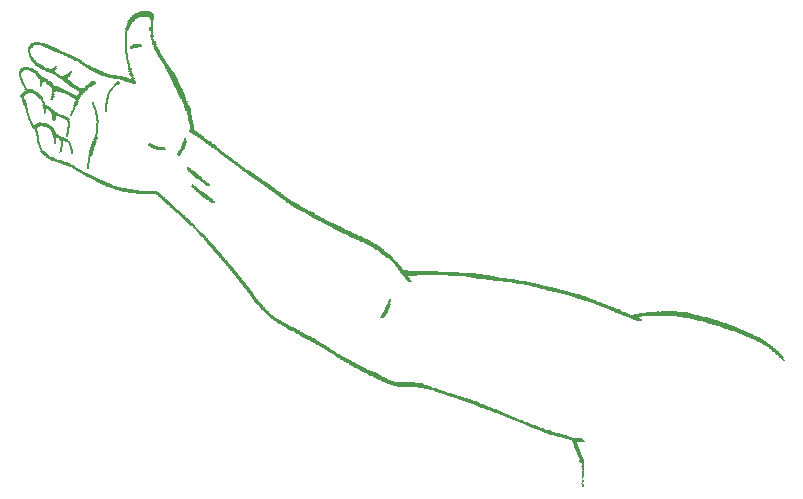
<source format=gto>
G04 EAGLE Gerber X2 export*
G75*
%MOMM*%
%FSLAX34Y34*%
%LPD*%
%AMOC8*
5,1,8,0,0,1.08239X$1,22.5*%
G01*
%ADD10R,0.177800X0.035563*%
%ADD11R,0.248919X0.035559*%
%ADD12R,0.142238X0.035559*%
%ADD13R,0.106678X0.035559*%
%ADD14R,0.071119X0.035559*%
%ADD15R,0.035559X0.035563*%
%ADD16R,0.071122X0.035559*%
%ADD17R,0.035559X0.035559*%
%ADD18R,0.071119X0.035563*%
%ADD19R,0.177800X0.035559*%
%ADD20R,0.106678X0.035563*%
%ADD21R,0.035563X0.035559*%
%ADD22R,0.035563X0.035563*%
%ADD23R,0.071122X0.035563*%
%ADD24R,0.106681X0.035559*%
%ADD25R,0.142241X0.035559*%
%ADD26R,0.213363X0.035563*%
%ADD27R,0.213363X0.035559*%
%ADD28R,0.248922X0.035559*%
%ADD29R,0.213359X0.035559*%
%ADD30R,0.213359X0.035563*%
%ADD31R,0.284478X0.035559*%
%ADD32R,0.320041X0.035559*%
%ADD33R,0.284481X0.035559*%
%ADD34R,0.284481X0.035563*%
%ADD35R,0.320041X0.035563*%
%ADD36R,0.355600X0.035559*%
%ADD37R,0.320038X0.035559*%
%ADD38R,0.248919X0.035563*%
%ADD39R,0.355600X0.035563*%
%ADD40R,0.391163X0.035563*%
%ADD41R,0.284478X0.035563*%
%ADD42R,0.391159X0.035559*%
%ADD43R,1.066800X0.035559*%
%ADD44R,1.031241X0.035563*%
%ADD45R,1.031241X0.035559*%
%ADD46R,1.102359X0.035559*%
%ADD47R,1.173478X0.035559*%
%ADD48R,0.711200X0.035559*%
%ADD49R,0.746759X0.035563*%
%ADD50R,0.675641X0.035559*%
%ADD51R,0.782319X0.035559*%
%ADD52R,0.889000X0.035563*%
%ADD53R,0.746759X0.035559*%
%ADD54R,0.817881X0.035559*%
%ADD55R,0.960119X0.035559*%
%ADD56R,0.995681X0.035559*%
%ADD57R,0.995681X0.035563*%
%ADD58R,0.889000X0.035559*%
%ADD59R,0.924563X0.035559*%
%ADD60R,0.853438X0.035563*%
%ADD61R,0.817878X0.035559*%
%ADD62R,0.568959X0.035563*%
%ADD63R,0.604519X0.035559*%
%ADD64R,0.640081X0.035559*%
%ADD65R,0.604519X0.035563*%
%ADD66R,0.640078X0.035559*%
%ADD67R,0.604522X0.035559*%
%ADD68R,0.533400X0.035559*%
%ADD69R,0.497838X0.035559*%
%ADD70R,0.497841X0.035559*%
%ADD71R,0.497841X0.035563*%
%ADD72R,0.568959X0.035559*%
%ADD73R,0.462281X0.035559*%
%ADD74R,0.426722X0.035559*%
%ADD75R,0.426719X0.035559*%
%ADD76R,0.426722X0.035563*%
%ADD77R,0.462281X0.035563*%
%ADD78R,0.568963X0.035559*%
%ADD79R,0.675641X0.035563*%
%ADD80R,0.640081X0.035563*%
%ADD81R,0.782322X0.035559*%
%ADD82R,0.640078X0.035563*%
%ADD83R,0.746762X0.035559*%
%ADD84R,0.817881X0.035563*%
%ADD85R,0.853438X0.035559*%
%ADD86R,0.782322X0.035563*%
%ADD87R,0.711200X0.035563*%
%ADD88R,0.853441X0.035559*%
%ADD89R,0.924559X0.035563*%
%ADD90R,1.137922X0.035559*%
%ADD91R,1.173481X0.035559*%
%ADD92R,2.773681X0.035559*%
%ADD93R,2.844800X0.035563*%
%ADD94R,2.915922X0.035559*%
%ADD95R,2.844800X0.035559*%
%ADD96R,2.880362X0.035559*%
%ADD97R,2.702562X0.035559*%
%ADD98R,2.489200X0.035559*%
%ADD99R,2.311400X0.035559*%
%ADD100R,0.782319X0.035563*%
%ADD101R,0.853441X0.035563*%
%ADD102R,0.924559X0.035559*%
%ADD103R,0.746762X0.035563*%
%ADD104R,0.568963X0.035563*%
%ADD105R,0.142241X0.035563*%
%ADD106R,0.391163X0.035559*%
%ADD107R,0.391159X0.035563*%
%ADD108R,0.426719X0.035563*%
%ADD109R,0.462278X0.035559*%
%ADD110R,0.497838X0.035563*%
%ADD111R,0.675638X0.035563*%
%ADD112R,0.604522X0.035563*%
%ADD113R,0.924563X0.035563*%
%ADD114R,1.031238X0.035559*%
%ADD115R,1.031238X0.035563*%
%ADD116R,1.102363X0.035559*%
%ADD117R,0.533400X0.035563*%
%ADD118R,1.137919X0.035563*%
%ADD119R,1.209041X0.035559*%
%ADD120R,1.244600X0.035559*%
%ADD121R,1.280159X0.035563*%
%ADD122R,1.315719X0.035559*%
%ADD123R,1.351278X0.035559*%
%ADD124R,1.351281X0.035559*%
%ADD125R,1.386841X0.035563*%
%ADD126R,1.386841X0.035559*%
%ADD127R,1.422400X0.035559*%
%ADD128R,1.457959X0.035559*%
%ADD129R,1.493522X0.035563*%
%ADD130R,1.493522X0.035559*%
%ADD131R,1.564641X0.035559*%
%ADD132R,1.600200X0.035559*%
%ADD133R,1.635759X0.035559*%
%ADD134R,1.671319X0.035563*%
%ADD135R,1.706878X0.035559*%
%ADD136R,1.778000X0.035559*%
%ADD137R,1.884681X0.035559*%
%ADD138R,0.320038X0.035563*%
%ADD139R,1.991359X0.035563*%
%ADD140R,2.169159X0.035559*%
%ADD141R,2.667000X0.035559*%
%ADD142R,2.631441X0.035559*%
%ADD143R,5.334000X0.035559*%
%ADD144R,5.085081X0.035559*%
%ADD145R,4.729478X0.035563*%
%ADD146R,4.373878X0.035559*%
%ADD147R,3.982722X0.035559*%
%ADD148R,3.520441X0.035559*%
%ADD149R,3.058159X0.035559*%
%ADD150R,2.489200X0.035563*%
%ADD151R,0.248922X0.035563*%
%ADD152R,0.675638X0.035559*%
%ADD153R,0.960122X0.035559*%
%ADD154R,0.995678X0.035559*%
%ADD155R,0.995678X0.035563*%
%ADD156R,1.102359X0.035563*%
%ADD157R,1.209037X0.035559*%
%ADD158R,1.173481X0.035563*%
%ADD159R,1.137919X0.035559*%
%ADD160R,1.280163X0.035559*%
%ADD161R,1.493519X0.035559*%
%ADD162R,1.920241X0.035563*%
%ADD163R,1.920241X0.035559*%
%ADD164R,2.133600X0.035559*%
%ADD165R,2.098038X0.035559*%
%ADD166R,2.098041X0.035559*%
%ADD167R,2.169159X0.035563*%
%ADD168R,2.240281X0.035559*%
%ADD169R,2.275841X0.035559*%
%ADD170R,2.204719X0.035559*%
%ADD171R,2.240281X0.035563*%
%ADD172R,2.382522X0.035559*%
%ADD173R,3.235963X0.035559*%
%ADD174R,4.089400X0.035559*%
%ADD175R,6.543041X0.035563*%
%ADD176R,6.258559X0.035559*%
%ADD177R,5.974081X0.035559*%
%ADD178R,5.476241X0.035559*%
%ADD179R,4.907281X0.035559*%
%ADD180R,4.516119X0.035563*%
%ADD181R,2.062478X0.035559*%
%ADD182R,2.346959X0.035559*%
%ADD183R,2.595881X0.035563*%
%ADD184R,1.315719X0.035563*%
%ADD185R,1.280159X0.035559*%
%ADD186R,0.462278X0.035563*%
%ADD187R,1.529081X0.035559*%
%ADD188R,1.529081X0.035563*%
%ADD189R,0.960119X0.035563*%
%ADD190R,0.960122X0.035563*%
%ADD191R,1.457963X0.035559*%
%ADD192R,1.422400X0.035563*%
%ADD193R,0.817878X0.035563*%
%ADD194R,1.813559X0.035559*%
%ADD195R,1.813563X0.035563*%
%ADD196R,1.706881X0.035559*%
%ADD197R,1.671322X0.035559*%
%ADD198R,1.564638X0.035559*%
%ADD199R,1.493519X0.035563*%


D10*
X489915Y101600D03*
D11*
X489560Y101956D03*
D12*
X490093Y102311D03*
D13*
X490271Y102667D03*
D14*
X490449Y103022D03*
D15*
X489560Y103378D03*
D16*
X489382Y103734D03*
X489382Y104089D03*
X489382Y104445D03*
D17*
X489560Y104800D03*
D18*
X489737Y105156D03*
D19*
X489915Y105512D03*
X489915Y105867D03*
D14*
X490449Y106223D03*
X490449Y106578D03*
D20*
X490271Y106934D03*
D17*
X489915Y108356D03*
D15*
X489915Y108712D03*
D17*
X489915Y109068D03*
X489915Y109423D03*
X489915Y109779D03*
D21*
X490982Y109779D03*
D14*
X490093Y110134D03*
D21*
X490982Y110134D03*
D18*
X490093Y110490D03*
D22*
X490982Y110490D03*
D17*
X489915Y110846D03*
D21*
X490982Y110846D03*
D17*
X489915Y111201D03*
D21*
X490982Y111201D03*
D17*
X489915Y111557D03*
D21*
X490982Y111557D03*
X490982Y111912D03*
D23*
X490804Y112268D03*
D14*
X489737Y112624D03*
D16*
X490804Y112624D03*
D14*
X489737Y112979D03*
D16*
X490804Y112979D03*
D19*
X490271Y113335D03*
D14*
X489737Y113690D03*
D21*
X490982Y113690D03*
D18*
X489737Y114046D03*
D22*
X490982Y114046D03*
D21*
X490982Y114402D03*
X490982Y114757D03*
D16*
X490804Y115113D03*
X490804Y115468D03*
D15*
X489560Y115824D03*
D23*
X490804Y115824D03*
D17*
X489560Y116180D03*
D21*
X490982Y116180D03*
D14*
X489737Y116535D03*
D21*
X490982Y116535D03*
D19*
X490271Y116891D03*
X490271Y117246D03*
D10*
X490271Y117602D03*
D12*
X490093Y117958D03*
D16*
X489382Y118313D03*
D17*
X490626Y118313D03*
D24*
X489560Y118669D03*
D25*
X489737Y119024D03*
D26*
X490093Y119380D03*
D27*
X490093Y119736D03*
D28*
X489915Y120091D03*
X489915Y120447D03*
D29*
X489737Y120802D03*
D30*
X489737Y121158D03*
D29*
X489737Y121514D03*
D11*
X489560Y121869D03*
D31*
X489382Y122225D03*
X489026Y122580D03*
D23*
X487604Y122936D03*
D10*
X489560Y122936D03*
D16*
X487604Y123292D03*
D19*
X489560Y123292D03*
D32*
X488848Y123647D03*
D33*
X488671Y124003D03*
X488671Y124358D03*
D34*
X488671Y124714D03*
D28*
X488493Y125070D03*
D32*
X488137Y125425D03*
X488137Y125781D03*
D33*
X487959Y126136D03*
D35*
X487782Y126492D03*
D36*
X487604Y126848D03*
D37*
X487426Y127203D03*
X487426Y127559D03*
D11*
X487426Y127914D03*
D22*
X485648Y128270D03*
D38*
X487426Y128270D03*
D32*
X486715Y128626D03*
X486715Y128981D03*
X486715Y129337D03*
D36*
X486537Y129692D03*
D35*
X486359Y130048D03*
D36*
X486181Y130404D03*
D32*
X486004Y130759D03*
D36*
X485826Y131115D03*
X485470Y131470D03*
D39*
X485470Y131826D03*
D36*
X485470Y132182D03*
D32*
X485292Y132537D03*
D36*
X485115Y132893D03*
D32*
X484937Y133248D03*
D39*
X484759Y133604D03*
D32*
X484581Y133960D03*
X484581Y134315D03*
D33*
X484403Y134671D03*
D36*
X484048Y135026D03*
D40*
X483870Y135382D03*
D36*
X483692Y135738D03*
X483692Y136093D03*
D37*
X483870Y136449D03*
D31*
X483692Y136804D03*
D41*
X483692Y137160D03*
D33*
X483337Y137516D03*
X483337Y137871D03*
D32*
X483159Y138227D03*
D36*
X482981Y138582D03*
D35*
X482803Y138938D03*
D32*
X482803Y139294D03*
D42*
X482803Y139649D03*
D32*
X489560Y139649D03*
D43*
X485826Y140005D03*
X485826Y140360D03*
D44*
X485292Y140716D03*
D45*
X484581Y141072D03*
D46*
X484226Y141427D03*
D47*
X483159Y141783D03*
D48*
X479425Y142138D03*
D49*
X478180Y142494D03*
D48*
X476936Y142850D03*
X475869Y143205D03*
D50*
X474624Y143561D03*
D51*
X472313Y143916D03*
D52*
X472135Y144272D03*
D53*
X470713Y144628D03*
D54*
X469646Y144983D03*
D55*
X467868Y145339D03*
D56*
X466623Y145694D03*
D57*
X465557Y146050D03*
D58*
X464312Y146406D03*
D59*
X463423Y146761D03*
D58*
X462178Y147117D03*
D54*
X461112Y147472D03*
D60*
X459867Y147828D03*
D51*
X459511Y148184D03*
D61*
X458267Y148539D03*
D53*
X457556Y148895D03*
D50*
X456489Y149250D03*
D62*
X455244Y149606D03*
D63*
X454000Y149962D03*
D64*
X453111Y150317D03*
D63*
X452222Y150673D03*
X451510Y151028D03*
D65*
X450444Y151384D03*
D64*
X449555Y151740D03*
D66*
X448488Y152095D03*
D67*
X447599Y152451D03*
D63*
X446888Y152806D03*
D62*
X445999Y153162D03*
D68*
X444754Y153518D03*
D69*
X443865Y153873D03*
D68*
X442976Y154229D03*
D70*
X442443Y154584D03*
D71*
X441731Y154940D03*
D68*
X440842Y155296D03*
D72*
X439953Y155651D03*
D70*
X438887Y156007D03*
X437820Y156362D03*
D71*
X437109Y156718D03*
D73*
X436220Y157074D03*
D74*
X435686Y157429D03*
D42*
X434442Y157785D03*
D75*
X433553Y158140D03*
D76*
X432486Y158496D03*
D75*
X431775Y158852D03*
D73*
X430886Y159207D03*
D70*
X429997Y159563D03*
D73*
X429108Y159918D03*
D77*
X428396Y160274D03*
D73*
X427330Y160630D03*
D69*
X426085Y160985D03*
D70*
X425374Y161341D03*
D75*
X424663Y161696D03*
D77*
X423774Y162052D03*
D42*
X423062Y162408D03*
D73*
X421996Y162763D03*
D70*
X421107Y163119D03*
X420395Y163474D03*
D62*
X419684Y163830D03*
D78*
X418973Y164186D03*
D66*
X418262Y164541D03*
D67*
X417017Y164897D03*
D66*
X416128Y165252D03*
D79*
X415239Y165608D03*
D66*
X414350Y165964D03*
D50*
X413461Y166319D03*
D63*
X412394Y166675D03*
D24*
X416306Y166675D03*
D64*
X411505Y167030D03*
D80*
X410439Y167386D03*
D48*
X409372Y167742D03*
D53*
X408483Y168097D03*
D51*
X407949Y168453D03*
D81*
X407238Y168808D03*
D82*
X405816Y169164D03*
D48*
X404749Y169520D03*
D54*
X403860Y169875D03*
D53*
X402793Y170231D03*
D81*
X402260Y170586D03*
D49*
X401371Y170942D03*
D48*
X400837Y171298D03*
X399415Y171653D03*
D83*
X398526Y172009D03*
D51*
X397637Y172364D03*
D84*
X396748Y172720D03*
D85*
X395859Y173076D03*
D48*
X394437Y173431D03*
X393725Y173787D03*
D61*
X392481Y174142D03*
D86*
X391592Y174498D03*
D51*
X390881Y174854D03*
D53*
X389992Y175209D03*
D51*
X389103Y175565D03*
D81*
X388036Y175920D03*
D87*
X386613Y176276D03*
D53*
X385369Y176632D03*
D48*
X384480Y176987D03*
D53*
X383591Y177343D03*
D48*
X382346Y177698D03*
D49*
X381102Y178054D03*
D53*
X379679Y178410D03*
D81*
X378790Y178765D03*
D51*
X377723Y179121D03*
D53*
X376834Y179476D03*
D87*
X375590Y179832D03*
D67*
X374701Y180188D03*
D70*
X373456Y180543D03*
D68*
X372212Y180899D03*
D50*
X370789Y181254D03*
D65*
X370078Y181610D03*
D48*
X369189Y181966D03*
D78*
X367411Y182321D03*
D63*
X366878Y182677D03*
D72*
X366344Y183032D03*
D87*
X364566Y183388D03*
D83*
X362966Y183744D03*
D51*
X362077Y184099D03*
D58*
X361188Y184455D03*
D88*
X359588Y184810D03*
D89*
X358165Y185166D03*
D46*
X356565Y185522D03*
D90*
X355676Y185877D03*
D74*
X336474Y186233D03*
D91*
X354432Y186233D03*
D92*
X345719Y186588D03*
D93*
X344297Y186944D03*
D94*
X343586Y187300D03*
D92*
X342163Y187655D03*
D95*
X341097Y188011D03*
D96*
X339852Y188366D03*
D93*
X338607Y188722D03*
D97*
X337185Y189078D03*
D98*
X335407Y189433D03*
D99*
X333807Y189789D03*
D54*
X325272Y190144D03*
D100*
X324383Y190500D03*
D54*
X323494Y190856D03*
D53*
X322783Y191211D03*
D83*
X322072Y191567D03*
D53*
X321361Y191922D03*
D100*
X320827Y192278D03*
D81*
X320116Y192634D03*
D51*
X319405Y192989D03*
D81*
X318694Y193345D03*
D51*
X317983Y193700D03*
D100*
X317271Y194056D03*
D50*
X316382Y194412D03*
D48*
X315493Y194767D03*
D81*
X314782Y195123D03*
D61*
X313893Y195478D03*
D101*
X313360Y195834D03*
D88*
X313004Y196190D03*
D85*
X312293Y196545D03*
D54*
X311760Y196901D03*
D88*
X310871Y197256D03*
D89*
X310159Y197612D03*
D102*
X309448Y197968D03*
D58*
X308559Y198323D03*
D88*
X308026Y198679D03*
X307315Y199034D03*
D103*
X306070Y199390D03*
D48*
X305181Y199746D03*
X304470Y200101D03*
D50*
X303936Y200457D03*
D64*
X303403Y200812D03*
D65*
X302514Y201168D03*
D67*
X301803Y201524D03*
D63*
X301092Y201879D03*
D66*
X300558Y202235D03*
D64*
X299847Y202590D03*
D79*
X299314Y202946D03*
D66*
X298780Y203302D03*
D64*
X298069Y203657D03*
D63*
X297180Y204013D03*
D67*
X296469Y204368D03*
D80*
X295935Y204724D03*
D63*
X295402Y205080D03*
D72*
X294869Y205435D03*
X294157Y205791D03*
D63*
X293624Y206146D03*
D104*
X292735Y206502D03*
D72*
X292024Y206858D03*
X291313Y207213D03*
D67*
X290779Y207569D03*
D50*
X290424Y207924D03*
D16*
X660070Y207924D03*
D65*
X289712Y208280D03*
D105*
X659714Y208280D03*
D72*
X288823Y208636D03*
D25*
X659359Y208636D03*
D63*
X288290Y208991D03*
D19*
X659181Y208991D03*
D63*
X287934Y209347D03*
D27*
X659003Y209347D03*
D78*
X287401Y209702D03*
D29*
X658647Y209702D03*
D62*
X286334Y210058D03*
D38*
X658470Y210058D03*
D78*
X285623Y210414D03*
D31*
X658292Y210414D03*
D68*
X284734Y210769D03*
D37*
X658114Y210769D03*
D70*
X284201Y211125D03*
D36*
X657936Y211125D03*
D69*
X283845Y211480D03*
D36*
X657581Y211480D03*
D77*
X283312Y211836D03*
D39*
X657225Y211836D03*
D73*
X282600Y212192D03*
D42*
X656692Y212192D03*
X281889Y212547D03*
D106*
X656336Y212547D03*
D74*
X281356Y212903D03*
D42*
X655980Y212903D03*
X280822Y213258D03*
X655625Y213258D03*
D107*
X280467Y213614D03*
X655269Y213614D03*
D42*
X280111Y213970D03*
X654914Y213970D03*
X279044Y214325D03*
D106*
X654558Y214325D03*
D75*
X278511Y214681D03*
D42*
X654202Y214681D03*
D75*
X278155Y215036D03*
D42*
X653847Y215036D03*
D77*
X277622Y215392D03*
D108*
X653313Y215392D03*
D73*
X277266Y215748D03*
D74*
X652958Y215748D03*
D75*
X276733Y216103D03*
D74*
X652602Y216103D03*
X276022Y216459D03*
D42*
X652069Y216459D03*
X275133Y216814D03*
X651713Y216814D03*
D107*
X274777Y217170D03*
X651358Y217170D03*
D42*
X274422Y217526D03*
D106*
X651002Y217526D03*
D74*
X273888Y217881D03*
D42*
X650646Y217881D03*
D109*
X273355Y218237D03*
D75*
X650113Y218237D03*
D109*
X272999Y218592D03*
D42*
X649580Y218592D03*
D77*
X272288Y218948D03*
D40*
X649224Y218948D03*
D109*
X271577Y219304D03*
D42*
X648868Y219304D03*
D70*
X271043Y219659D03*
D75*
X648335Y219659D03*
D73*
X270510Y220015D03*
D75*
X647979Y220015D03*
D73*
X270154Y220370D03*
D106*
X647446Y220370D03*
D110*
X269621Y220726D03*
D108*
X646913Y220726D03*
D70*
X268554Y221082D03*
D75*
X646557Y221082D03*
D69*
X267843Y221437D03*
D74*
X645846Y221437D03*
D68*
X267310Y221793D03*
D74*
X645490Y221793D03*
D73*
X266598Y222148D03*
D109*
X644957Y222148D03*
D110*
X266065Y222504D03*
D71*
X644423Y222504D03*
D68*
X265532Y222860D03*
D70*
X643712Y222860D03*
D72*
X264998Y223215D03*
D68*
X643179Y223215D03*
D69*
X264287Y223571D03*
D72*
X642645Y223571D03*
D70*
X263576Y223926D03*
D72*
X641934Y223926D03*
D77*
X263042Y224282D03*
D80*
X641223Y224282D03*
D69*
X262509Y224638D03*
D50*
X640690Y224638D03*
D68*
X261976Y224993D03*
D50*
X639978Y224993D03*
D72*
X261442Y225349D03*
D48*
X639445Y225349D03*
D67*
X260553Y225704D03*
D48*
X638734Y225704D03*
D111*
X259842Y226060D03*
D49*
X638200Y226060D03*
D50*
X259486Y226416D03*
D53*
X637489Y226416D03*
D50*
X259131Y226771D03*
D54*
X636778Y226771D03*
D66*
X258242Y227127D03*
D61*
X636067Y227127D03*
D67*
X257353Y227482D03*
D81*
X635178Y227482D03*
D65*
X256642Y227838D03*
D100*
X634467Y227838D03*
D66*
X256108Y228194D03*
D81*
X633400Y228194D03*
D64*
X255397Y228549D03*
D51*
X632689Y228549D03*
D50*
X254864Y228905D03*
D51*
X631977Y228905D03*
D72*
X253975Y229260D03*
D53*
X631088Y229260D03*
D112*
X253441Y229616D03*
D100*
X630199Y229616D03*
D72*
X252552Y229972D03*
D81*
X629488Y229972D03*
D78*
X251841Y230327D03*
D61*
X628599Y230327D03*
D72*
X251130Y230683D03*
D54*
X627888Y230683D03*
D63*
X250596Y231038D03*
D85*
X626999Y231038D03*
D104*
X250063Y231394D03*
D84*
X626110Y231394D03*
D63*
X249530Y231750D03*
D85*
X625221Y231750D03*
D72*
X248641Y232105D03*
D58*
X624332Y232105D03*
D72*
X247929Y232461D03*
D59*
X623443Y232461D03*
D72*
X247574Y232816D03*
D102*
X622732Y232816D03*
D65*
X247040Y233172D03*
D113*
X621665Y233172D03*
D68*
X245974Y233528D03*
D55*
X620776Y233528D03*
D50*
X245262Y233883D03*
D56*
X619887Y233883D03*
D64*
X244729Y234239D03*
D114*
X618998Y234239D03*
D63*
X243840Y234594D03*
D43*
X618109Y234594D03*
D65*
X243484Y234950D03*
D115*
X617220Y234950D03*
D68*
X242773Y235306D03*
D43*
X616331Y235306D03*
D72*
X242240Y235661D03*
D116*
X615442Y235661D03*
D72*
X241529Y236017D03*
D17*
X244907Y236017D03*
D46*
X614375Y236017D03*
D72*
X240817Y236372D03*
D90*
X613486Y236372D03*
D117*
X239928Y236728D03*
D118*
X612419Y236728D03*
D78*
X239395Y237084D03*
D91*
X611530Y237084D03*
D70*
X238684Y237439D03*
D119*
X610286Y237439D03*
D72*
X238328Y237795D03*
D120*
X609397Y237795D03*
D78*
X237617Y238150D03*
D120*
X608330Y238150D03*
D62*
X237261Y238506D03*
D121*
X607085Y238506D03*
D72*
X236550Y238862D03*
D122*
X606196Y238862D03*
D68*
X236017Y239217D03*
D123*
X604952Y239217D03*
D68*
X235306Y239573D03*
D124*
X603885Y239573D03*
D73*
X234594Y239928D03*
D123*
X602818Y239928D03*
D110*
X234061Y240284D03*
D125*
X601574Y240284D03*
D70*
X233350Y240640D03*
D126*
X600507Y240640D03*
D73*
X232816Y240995D03*
D127*
X599262Y240995D03*
D69*
X232283Y241351D03*
D127*
X598195Y241351D03*
D70*
X231927Y241706D03*
D33*
X537743Y241706D03*
D128*
X596951Y241706D03*
D77*
X231038Y242062D03*
D107*
X537566Y242062D03*
D129*
X595706Y242062D03*
D69*
X230505Y242418D03*
D68*
X537210Y242418D03*
D130*
X594284Y242418D03*
D68*
X229972Y242773D03*
D67*
X536499Y242773D03*
D131*
X592861Y242773D03*
D73*
X229616Y243129D03*
D48*
X535610Y243129D03*
D132*
X591617Y243129D03*
D42*
X228905Y243484D03*
D50*
X535076Y243484D03*
D133*
X590017Y243484D03*
D108*
X228371Y243840D03*
D79*
X534365Y243840D03*
D134*
X588772Y243840D03*
D106*
X227838Y244196D03*
D25*
X319761Y244196D03*
D48*
X533832Y244196D03*
D135*
X587172Y244196D03*
D42*
X227482Y244551D03*
D29*
X320116Y244551D03*
D51*
X533121Y244551D03*
D136*
X585394Y244551D03*
D42*
X226771Y244907D03*
D31*
X320116Y244907D03*
D58*
X532943Y244907D03*
D136*
X583616Y244907D03*
D42*
X226416Y245262D03*
D37*
X320294Y245262D03*
D45*
X532587Y245262D03*
D137*
X581660Y245262D03*
D39*
X225882Y245618D03*
D138*
X320294Y245618D03*
D121*
X533121Y245618D03*
D139*
X579704Y245618D03*
D36*
X225527Y245974D03*
X320472Y245974D03*
D133*
X533832Y245974D03*
D140*
X577393Y245974D03*
D36*
X225171Y246329D03*
X320827Y246329D03*
D141*
X537921Y246329D03*
D142*
X574015Y246329D03*
D32*
X224638Y246685D03*
D36*
X321183Y246685D03*
D48*
X527431Y246685D03*
D143*
X559079Y246685D03*
D36*
X224104Y247040D03*
D32*
X321361Y247040D03*
D50*
X526186Y247040D03*
D144*
X558902Y247040D03*
D39*
X223749Y247396D03*
X321539Y247396D03*
D87*
X525297Y247396D03*
D145*
X559257Y247396D03*
D36*
X223393Y247752D03*
X321539Y247752D03*
D53*
X524408Y247752D03*
D146*
X559613Y247752D03*
D36*
X223037Y248107D03*
D31*
X322250Y248107D03*
D53*
X523342Y248107D03*
D147*
X560146Y248107D03*
D36*
X222682Y248463D03*
D33*
X322605Y248463D03*
D51*
X522453Y248463D03*
D148*
X560680Y248463D03*
D36*
X222326Y248818D03*
D28*
X322783Y248818D03*
D48*
X521386Y248818D03*
D149*
X560857Y248818D03*
D107*
X222148Y249174D03*
D34*
X322961Y249174D03*
D49*
X520497Y249174D03*
D150*
X560857Y249174D03*
D36*
X221971Y249530D03*
D33*
X322961Y249530D03*
D53*
X519786Y249530D03*
D24*
X553568Y249530D03*
D122*
X562458Y249530D03*
D33*
X221259Y249885D03*
D32*
X323139Y249885D03*
D83*
X519430Y249885D03*
D37*
X220726Y250241D03*
D33*
X323317Y250241D03*
D53*
X518719Y250241D03*
D36*
X220548Y250596D03*
D33*
X323317Y250596D03*
D81*
X517830Y250596D03*
D39*
X220193Y250952D03*
D41*
X323672Y250952D03*
D100*
X516763Y250952D03*
D32*
X219659Y251308D03*
D11*
X323850Y251308D03*
D83*
X515874Y251308D03*
D32*
X219304Y251663D03*
D31*
X324028Y251663D03*
D53*
X515163Y251663D03*
D37*
X218948Y252019D03*
D11*
X324206Y252019D03*
D83*
X514096Y252019D03*
D37*
X218948Y252374D03*
D33*
X324383Y252374D03*
D53*
X513385Y252374D03*
D35*
X218592Y252730D03*
D34*
X324383Y252730D03*
D49*
X512674Y252730D03*
D32*
X218237Y253086D03*
D28*
X324561Y253086D03*
D50*
X511962Y253086D03*
D32*
X217881Y253441D03*
D33*
X324739Y253441D03*
D50*
X510896Y253441D03*
D32*
X217526Y253797D03*
D33*
X324739Y253797D03*
D50*
X509829Y253797D03*
D37*
X217170Y254152D03*
D33*
X324739Y254152D03*
D48*
X508940Y254152D03*
D41*
X216992Y254508D03*
D151*
X324917Y254508D03*
D79*
X508051Y254508D03*
D28*
X216459Y254864D03*
D33*
X325095Y254864D03*
D48*
X507162Y254864D03*
D33*
X216281Y255219D03*
D11*
X325272Y255219D03*
D50*
X506273Y255219D03*
D33*
X215925Y255575D03*
D11*
X325272Y255575D03*
D152*
X505206Y255575D03*
D31*
X215570Y255930D03*
X325450Y255930D03*
D48*
X504317Y255930D03*
D41*
X215214Y256286D03*
D38*
X325628Y256286D03*
D87*
X503606Y256286D03*
D33*
X214859Y256642D03*
D29*
X325806Y256642D03*
D53*
X502717Y256642D03*
D28*
X214681Y256997D03*
D29*
X325806Y256997D03*
D83*
X501650Y256997D03*
D33*
X214503Y257353D03*
D19*
X325984Y257353D03*
D53*
X500583Y257353D03*
D33*
X214147Y257708D03*
D19*
X325984Y257708D03*
D83*
X499872Y257708D03*
D41*
X213792Y258064D03*
D10*
X325984Y258064D03*
D49*
X498805Y258064D03*
D31*
X213436Y258420D03*
D29*
X326161Y258420D03*
D53*
X497738Y258420D03*
D31*
X213436Y258775D03*
D25*
X326161Y258775D03*
D88*
X496494Y258775D03*
D33*
X213081Y259131D03*
D25*
X326161Y259131D03*
D85*
X495427Y259131D03*
D33*
X212725Y259486D03*
D25*
X326161Y259486D03*
D58*
X494538Y259486D03*
D34*
X212369Y259842D03*
D20*
X326339Y259842D03*
D52*
X493827Y259842D03*
D31*
X212014Y260198D03*
D14*
X326161Y260198D03*
D54*
X492760Y260198D03*
D11*
X211836Y260553D03*
D88*
X491515Y260553D03*
D31*
X211658Y260909D03*
D153*
X489915Y260909D03*
D33*
X211303Y261264D03*
D154*
X489026Y261264D03*
D35*
X211125Y261620D03*
D57*
X488315Y261620D03*
D33*
X210947Y261976D03*
D154*
X487248Y261976D03*
D33*
X210591Y262331D03*
D153*
X486359Y262331D03*
D32*
X210414Y262687D03*
D55*
X485292Y262687D03*
D37*
X210058Y263042D03*
D56*
X484403Y263042D03*
D138*
X210058Y263398D03*
D57*
X483337Y263398D03*
D32*
X209702Y263754D03*
D45*
X482448Y263754D03*
D36*
X209525Y264109D03*
D43*
X481203Y264109D03*
D32*
X209347Y264465D03*
D43*
X480136Y264465D03*
D32*
X208991Y264820D03*
D55*
X478180Y264820D03*
D35*
X208636Y265176D03*
D155*
X476580Y265176D03*
D31*
X208458Y265532D03*
D43*
X474447Y265532D03*
D37*
X208280Y265887D03*
D114*
X473202Y265887D03*
D32*
X207924Y266243D03*
D45*
X472135Y266243D03*
D32*
X207569Y266598D03*
D45*
X470713Y266598D03*
D35*
X207213Y266954D03*
D156*
X469290Y266954D03*
D33*
X207035Y267310D03*
D90*
X467690Y267310D03*
D32*
X206858Y267665D03*
D46*
X465379Y267665D03*
D37*
X206502Y268021D03*
D91*
X464312Y268021D03*
D36*
X206324Y268376D03*
D157*
X463423Y268376D03*
D39*
X205969Y268732D03*
D158*
X462178Y268732D03*
D32*
X205791Y269088D03*
D116*
X460756Y269088D03*
D32*
X205435Y269443D03*
D46*
X459334Y269443D03*
D32*
X205080Y269799D03*
D159*
X458445Y269799D03*
D37*
X204724Y270154D03*
D153*
X456133Y270154D03*
D41*
X204546Y270510D03*
D44*
X455066Y270510D03*
D33*
X204191Y270866D03*
D154*
X453466Y270866D03*
D33*
X203835Y271221D03*
D154*
X452044Y271221D03*
D32*
X203657Y271577D03*
D45*
X450799Y271577D03*
D33*
X203479Y271932D03*
D43*
X449199Y271932D03*
D41*
X203124Y272288D03*
D118*
X447421Y272288D03*
D31*
X202768Y272644D03*
D47*
X445821Y272644D03*
D32*
X202590Y272999D03*
D157*
X443865Y272999D03*
D33*
X202413Y273355D03*
D157*
X442087Y273355D03*
D33*
X202057Y273710D03*
D160*
X440309Y273710D03*
D35*
X201879Y274066D03*
D125*
X438709Y274066D03*
D32*
X201524Y274422D03*
D126*
X436575Y274422D03*
D31*
X201346Y274777D03*
D29*
X343586Y274777D03*
D161*
X434619Y274777D03*
D31*
X200990Y275133D03*
D11*
X343408Y275133D03*
D132*
X432664Y275133D03*
D33*
X200635Y275488D03*
D32*
X343052Y275488D03*
D133*
X430708Y275488D03*
D35*
X200457Y275844D03*
X342697Y275844D03*
D162*
X426796Y275844D03*
D32*
X200101Y276200D03*
D33*
X342519Y276200D03*
D163*
X423240Y276200D03*
D33*
X199923Y276555D03*
X342163Y276555D03*
D164*
X421107Y276555D03*
D31*
X199568Y276911D03*
X341808Y276911D03*
D165*
X418084Y276911D03*
D31*
X199212Y277266D03*
X341452Y277266D03*
D166*
X415595Y277266D03*
D41*
X199212Y277622D03*
D34*
X341097Y277622D03*
D167*
X413106Y277622D03*
D33*
X198857Y277978D03*
D32*
X340919Y277978D03*
D168*
X410616Y277978D03*
D33*
X198501Y278333D03*
X340741Y278333D03*
D169*
X407949Y278333D03*
D33*
X198145Y278689D03*
D32*
X340563Y278689D03*
D170*
X406171Y278689D03*
D32*
X197968Y279044D03*
X340208Y279044D03*
D164*
X404393Y279044D03*
D138*
X197612Y279400D03*
D39*
X340030Y279400D03*
D171*
X401726Y279400D03*
D32*
X197256Y279756D03*
D36*
X339674Y279756D03*
D172*
X399237Y279756D03*
D33*
X197079Y280111D03*
D42*
X339496Y280111D03*
D97*
X395859Y280111D03*
D33*
X196723Y280467D03*
D91*
X343052Y280467D03*
D173*
X391414Y280467D03*
D33*
X196367Y280822D03*
D135*
X345364Y280822D03*
D174*
X384658Y280822D03*
D41*
X196012Y281178D03*
D175*
X369545Y281178D03*
D37*
X195834Y281534D03*
D176*
X367767Y281534D03*
D32*
X195478Y281889D03*
D177*
X365989Y281889D03*
D33*
X195301Y282245D03*
D178*
X363144Y282245D03*
D33*
X194945Y282600D03*
D179*
X360299Y282600D03*
D34*
X194589Y282956D03*
D180*
X357988Y282956D03*
D32*
X194412Y283312D03*
D128*
X342341Y283312D03*
D133*
X358877Y283312D03*
D37*
X194056Y283667D03*
D55*
X339852Y283667D03*
D31*
X193878Y284023D03*
D53*
X338430Y284023D03*
D33*
X193523Y284378D03*
D36*
X336474Y284378D03*
D34*
X193167Y284734D03*
D39*
X336118Y284734D03*
D32*
X192989Y285090D03*
D42*
X335585Y285090D03*
D33*
X192811Y285445D03*
D42*
X335229Y285445D03*
D31*
X192456Y285801D03*
D36*
X335051Y285801D03*
D31*
X192100Y286156D03*
D32*
X334874Y286156D03*
D34*
X191745Y286512D03*
D39*
X334696Y286512D03*
D33*
X191389Y286868D03*
D36*
X334340Y286868D03*
D32*
X191211Y287223D03*
X334162Y287223D03*
D33*
X191033Y287579D03*
D32*
X333807Y287579D03*
D31*
X190678Y287934D03*
D32*
X333451Y287934D03*
D41*
X190322Y288290D03*
D35*
X333096Y288290D03*
D33*
X189967Y288646D03*
D32*
X333096Y288646D03*
D33*
X189611Y289001D03*
D37*
X332740Y289001D03*
D33*
X189255Y289357D03*
D32*
X332384Y289357D03*
X189078Y289712D03*
D33*
X332207Y289712D03*
D138*
X188722Y290068D03*
D34*
X331851Y290068D03*
D32*
X188366Y290424D03*
X331673Y290424D03*
X188011Y290779D03*
X331318Y290779D03*
D33*
X187833Y291135D03*
D37*
X330962Y291135D03*
D33*
X187477Y291490D03*
D32*
X330606Y291490D03*
D35*
X187300Y291846D03*
X330251Y291846D03*
D37*
X186944Y292202D03*
D32*
X329895Y292202D03*
D36*
X186411Y292557D03*
X329362Y292557D03*
X186055Y292913D03*
X329006Y292913D03*
D32*
X185877Y293268D03*
D36*
X328651Y293268D03*
D35*
X185522Y293624D03*
D39*
X328295Y293624D03*
D31*
X185344Y293980D03*
D36*
X327939Y293980D03*
D37*
X185166Y294335D03*
D42*
X327762Y294335D03*
D32*
X184810Y294691D03*
D106*
X327406Y294691D03*
D32*
X184455Y295046D03*
D42*
X327050Y295046D03*
D35*
X184099Y295402D03*
D107*
X326339Y295402D03*
D32*
X183744Y295758D03*
D74*
X325806Y295758D03*
D37*
X183388Y296113D03*
D74*
X325450Y296113D03*
D32*
X183032Y296469D03*
D75*
X325095Y296469D03*
D36*
X182855Y296824D03*
D109*
X324917Y296824D03*
D35*
X182677Y297180D03*
D71*
X324383Y297180D03*
D32*
X182321Y297536D03*
D70*
X323672Y297536D03*
D32*
X181966Y297891D03*
D70*
X323317Y297891D03*
D36*
X181788Y298247D03*
D70*
X322605Y298247D03*
D36*
X181432Y298602D03*
D70*
X322250Y298602D03*
D39*
X181077Y298958D03*
D117*
X321716Y298958D03*
D32*
X180899Y299314D03*
D68*
X321361Y299314D03*
D32*
X180543Y299669D03*
D70*
X320827Y299669D03*
D36*
X180365Y300025D03*
D70*
X320472Y300025D03*
D36*
X180010Y300380D03*
D68*
X319938Y300380D03*
D35*
X179476Y300736D03*
D117*
X319583Y300736D03*
D36*
X178943Y301092D03*
D72*
X319049Y301092D03*
D42*
X178765Y301447D03*
D72*
X318694Y301447D03*
D36*
X178587Y301803D03*
D63*
X318160Y301803D03*
D36*
X178232Y302158D03*
D67*
X317449Y302158D03*
D39*
X178232Y302514D03*
D65*
X317094Y302514D03*
D36*
X177876Y302870D03*
D66*
X316560Y302870D03*
D32*
X177343Y303225D03*
D67*
X316027Y303225D03*
D36*
X177165Y303581D03*
D67*
X315671Y303581D03*
D36*
X176809Y303936D03*
D63*
X315316Y303936D03*
D35*
X176632Y304292D03*
D65*
X314604Y304292D03*
D37*
X176276Y304648D03*
D64*
X314071Y304648D03*
D32*
X175920Y305003D03*
D50*
X313538Y305003D03*
D32*
X175565Y305359D03*
D66*
X313004Y305359D03*
D32*
X175209Y305714D03*
D64*
X312293Y305714D03*
D34*
X175031Y306070D03*
D79*
X311760Y306070D03*
D32*
X174854Y306426D03*
D50*
X311048Y306426D03*
D37*
X174498Y306781D03*
D50*
X310337Y306781D03*
D32*
X174142Y307137D03*
D152*
X309626Y307137D03*
D33*
X173609Y307492D03*
D48*
X309093Y307492D03*
D35*
X173431Y307848D03*
D79*
X308559Y307848D03*
D32*
X173076Y308204D03*
D48*
X308026Y308204D03*
D37*
X172720Y308559D03*
D53*
X307137Y308559D03*
D31*
X172542Y308915D03*
D54*
X306426Y308915D03*
D33*
X172187Y309270D03*
D54*
X305714Y309270D03*
D34*
X171831Y309626D03*
D60*
X305181Y309626D03*
D33*
X171475Y309982D03*
D88*
X304470Y309982D03*
D31*
X171120Y310337D03*
D88*
X303759Y310337D03*
D37*
X170942Y310693D03*
D54*
X302870Y310693D03*
D32*
X170586Y311048D03*
D88*
X301981Y311048D03*
D34*
X170409Y311404D03*
D89*
X301269Y311404D03*
D28*
X169875Y311760D03*
D102*
X300558Y311760D03*
D11*
X169520Y312115D03*
D102*
X299491Y312115D03*
D11*
X169164Y312471D03*
D55*
X298958Y312471D03*
D31*
X168986Y312826D03*
D153*
X297891Y312826D03*
D34*
X168631Y313182D03*
D89*
X297002Y313182D03*
D33*
X168275Y313538D03*
D59*
X296291Y313538D03*
D33*
X167919Y313893D03*
D102*
X295580Y313893D03*
D31*
X167564Y314249D03*
D88*
X294869Y314249D03*
D31*
X167208Y314604D03*
D88*
X294157Y314604D03*
D34*
X166853Y314960D03*
D84*
X293268Y314960D03*
D33*
X166497Y315316D03*
D54*
X292202Y315316D03*
D28*
X166319Y315671D03*
D54*
X291490Y315671D03*
D29*
X165786Y316027D03*
D88*
X290601Y316027D03*
D29*
X165430Y316382D03*
D54*
X290068Y316382D03*
D30*
X165075Y316738D03*
D100*
X289535Y316738D03*
D27*
X164719Y317094D03*
D61*
X289001Y317094D03*
D28*
X164541Y317449D03*
D54*
X288290Y317449D03*
D11*
X164186Y317805D03*
D58*
X287223Y317805D03*
D11*
X163830Y318160D03*
D88*
X286690Y318160D03*
D38*
X163474Y318516D03*
D84*
X286156Y318516D03*
D28*
X163119Y318872D03*
D53*
X285445Y318872D03*
D28*
X162763Y319227D03*
D81*
X284556Y319227D03*
D11*
X162408Y319583D03*
D53*
X284023Y319583D03*
D11*
X162052Y319938D03*
D54*
X282956Y319938D03*
D38*
X161696Y320294D03*
D84*
X282600Y320294D03*
D28*
X161341Y320650D03*
D88*
X281711Y320650D03*
D28*
X160985Y321005D03*
D88*
X281356Y321005D03*
D11*
X160630Y321361D03*
D88*
X281000Y321361D03*
D11*
X160274Y321716D03*
D51*
X279933Y321716D03*
D38*
X159918Y322072D03*
D87*
X278867Y322072D03*
D33*
X159385Y322428D03*
D48*
X278155Y322428D03*
D32*
X158852Y322783D03*
D53*
X277266Y322783D03*
D37*
X158496Y323139D03*
D51*
X276733Y323139D03*
D32*
X158140Y323494D03*
D48*
X276022Y323494D03*
D35*
X157785Y323850D03*
D79*
X275488Y323850D03*
D32*
X157429Y324206D03*
D48*
X274955Y324206D03*
D32*
X157074Y324561D03*
D66*
X273888Y324561D03*
D37*
X156718Y324917D03*
D50*
X272999Y324917D03*
D32*
X156362Y325272D03*
D152*
X272288Y325272D03*
D35*
X156007Y325628D03*
D80*
X271755Y325628D03*
D32*
X155651Y325984D03*
D67*
X271221Y325984D03*
D32*
X155296Y326339D03*
D63*
X270154Y326339D03*
D37*
X154940Y326695D03*
D67*
X269443Y326695D03*
D32*
X154584Y327050D03*
D63*
X268732Y327050D03*
D35*
X154229Y327406D03*
D80*
X268199Y327406D03*
D32*
X153873Y327762D03*
D64*
X267487Y327762D03*
D32*
X153518Y328117D03*
D83*
X266954Y328117D03*
D37*
X153162Y328473D03*
D53*
X266243Y328473D03*
D32*
X152806Y328828D03*
D53*
X265532Y328828D03*
D35*
X152451Y329184D03*
D79*
X264820Y329184D03*
D33*
X151917Y329540D03*
D64*
X264287Y329540D03*
D31*
X151562Y329895D03*
D64*
X263931Y329895D03*
D31*
X151206Y330251D03*
D152*
X263398Y330251D03*
D33*
X150851Y330606D03*
D64*
X262509Y330606D03*
D34*
X150495Y330962D03*
D82*
X261798Y330962D03*
D33*
X150139Y331318D03*
D63*
X261264Y331318D03*
D37*
X149606Y331673D03*
D72*
X260375Y331673D03*
D32*
X149250Y332029D03*
D72*
X260020Y332029D03*
D32*
X148895Y332384D03*
D63*
X259486Y332384D03*
D35*
X148539Y332740D03*
D112*
X259131Y332740D03*
D31*
X148006Y333096D03*
D63*
X258420Y333096D03*
D32*
X147472Y333451D03*
D72*
X257531Y333451D03*
D32*
X147117Y333807D03*
D68*
X256997Y333807D03*
D32*
X146761Y334162D03*
D66*
X256108Y334162D03*
D35*
X146406Y334518D03*
D112*
X255219Y334518D03*
D37*
X146050Y334874D03*
D72*
X254686Y334874D03*
D32*
X145694Y335229D03*
D72*
X253975Y335229D03*
D36*
X145161Y335585D03*
D67*
X253441Y335585D03*
D36*
X144805Y335940D03*
D66*
X252552Y335940D03*
D138*
X144272Y336296D03*
D80*
X251841Y336296D03*
D32*
X143916Y336652D03*
D66*
X251130Y336652D03*
D32*
X143561Y337007D03*
D50*
X250241Y337007D03*
D33*
X143027Y337363D03*
D50*
X249885Y337363D03*
D31*
X142672Y337718D03*
D66*
X249352Y337718D03*
D41*
X142316Y338074D03*
D80*
X248641Y338074D03*
D33*
X141961Y338430D03*
D64*
X247929Y338430D03*
D33*
X141605Y338785D03*
D66*
X247574Y338785D03*
D33*
X141249Y339141D03*
D64*
X246863Y339141D03*
D31*
X140894Y339496D03*
D67*
X246329Y339496D03*
D35*
X140360Y339852D03*
D82*
X245796Y339852D03*
D32*
X140005Y340208D03*
D63*
X245262Y340208D03*
D32*
X139649Y340563D03*
D78*
X244729Y340563D03*
D32*
X139294Y340919D03*
D63*
X244196Y340919D03*
D31*
X138760Y341274D03*
D72*
X243662Y341274D03*
D34*
X138405Y341630D03*
D105*
X176454Y341630D03*
D62*
X243307Y341630D03*
D33*
X138049Y341986D03*
D31*
X176454Y341986D03*
D68*
X242773Y341986D03*
D33*
X137693Y342341D03*
D36*
X176454Y342341D03*
D63*
X242062Y342341D03*
D31*
X137338Y342697D03*
D42*
X175920Y342697D03*
D72*
X241529Y342697D03*
D31*
X136982Y343052D03*
D75*
X175743Y343052D03*
D78*
X241173Y343052D03*
D34*
X136627Y343408D03*
D107*
X175209Y343408D03*
D62*
X240462Y343408D03*
D33*
X136271Y343764D03*
D42*
X174854Y343764D03*
D72*
X240106Y343764D03*
D33*
X135915Y344119D03*
D74*
X174320Y344119D03*
D68*
X239573Y344119D03*
D31*
X135560Y344475D03*
D75*
X173965Y344475D03*
D68*
X238862Y344475D03*
D32*
X135026Y344830D03*
D75*
X173253Y344830D03*
D70*
X238328Y344830D03*
D35*
X134671Y345186D03*
D76*
X172898Y345186D03*
D117*
X237795Y345186D03*
D32*
X134315Y345542D03*
D74*
X172542Y345542D03*
D68*
X237439Y345542D03*
D32*
X133960Y345897D03*
D42*
X172009Y345897D03*
D68*
X237084Y345897D03*
D36*
X133426Y346253D03*
D109*
X171653Y346253D03*
D70*
X236550Y346253D03*
D36*
X133071Y346608D03*
D73*
X170942Y346608D03*
D68*
X236017Y346608D03*
D39*
X132715Y346964D03*
D108*
X170409Y346964D03*
D71*
X235483Y346964D03*
D42*
X132182Y347320D03*
D75*
X169697Y347320D03*
D70*
X235128Y347320D03*
D106*
X131826Y347675D03*
D73*
X169520Y347675D03*
D70*
X234417Y347675D03*
D42*
X131470Y348031D03*
D73*
X169164Y348031D03*
D69*
X234061Y348031D03*
D42*
X131115Y348386D03*
D75*
X168631Y348386D03*
D70*
X233705Y348386D03*
D107*
X130759Y348742D03*
D108*
X168275Y348742D03*
D77*
X233172Y348742D03*
D42*
X130404Y349098D03*
D75*
X167919Y349098D03*
X232639Y349098D03*
D120*
X125781Y349453D03*
D73*
X167386Y349453D03*
D109*
X232105Y349453D03*
D181*
X121336Y349809D03*
D73*
X167030Y349809D03*
D70*
X231927Y349809D03*
D182*
X119202Y350164D03*
D109*
X166675Y350164D03*
D70*
X231572Y350164D03*
D183*
X117246Y350520D03*
D108*
X166141Y350520D03*
X230861Y350520D03*
D142*
X116002Y350876D03*
D106*
X165608Y350876D03*
D109*
X230327Y350876D03*
D141*
X114402Y351231D03*
D75*
X165075Y351231D03*
D70*
X229794Y351231D03*
D168*
X110846Y351587D03*
D42*
X164541Y351587D03*
D70*
X229083Y351587D03*
D132*
X106578Y351942D03*
D42*
X164186Y351942D03*
D109*
X228549Y351942D03*
D184*
X103734Y352298D03*
D39*
X163652Y352298D03*
D77*
X228194Y352298D03*
D185*
X102133Y352654D03*
D36*
X163297Y352654D03*
D73*
X227838Y352654D03*
D157*
X100711Y353009D03*
D36*
X162941Y353009D03*
D75*
X227305Y353009D03*
D91*
X99466Y353365D03*
D36*
X162585Y353365D03*
D109*
X226771Y353365D03*
D90*
X98222Y353720D03*
D36*
X162230Y353720D03*
D73*
X226416Y353720D03*
D89*
X96088Y354076D03*
D39*
X161874Y354076D03*
D77*
X226060Y354076D03*
D54*
X94488Y354432D03*
D36*
X161519Y354432D03*
D70*
X225527Y354432D03*
D48*
X92888Y354787D03*
D32*
X160985Y354787D03*
D109*
X224993Y354787D03*
D50*
X91643Y355143D03*
D32*
X160630Y355143D03*
D73*
X224282Y355143D03*
D50*
X90576Y355498D03*
D31*
X160452Y355498D03*
D70*
X223749Y355498D03*
D80*
X89687Y355854D03*
D41*
X160096Y355854D03*
D110*
X223393Y355854D03*
D50*
X88798Y356210D03*
D11*
X159918Y356210D03*
D70*
X223037Y356210D03*
D48*
X88265Y356565D03*
D19*
X159563Y356565D03*
D31*
X172542Y356565D03*
D68*
X222504Y356565D03*
D48*
X87554Y356921D03*
D14*
X159741Y356921D03*
D32*
X172364Y356921D03*
D70*
X221971Y356921D03*
D48*
X86487Y357276D03*
D36*
X171831Y357276D03*
D68*
X221437Y357276D03*
D79*
X85954Y357632D03*
D39*
X171475Y357632D03*
D71*
X220904Y357632D03*
D64*
X85065Y357988D03*
D36*
X171120Y357988D03*
D68*
X220370Y357988D03*
D64*
X84353Y358343D03*
D42*
X170586Y358343D03*
D69*
X219837Y358343D03*
D63*
X83464Y358699D03*
D42*
X170231Y358699D03*
D70*
X219481Y358699D03*
D64*
X82575Y359054D03*
D36*
X169697Y359054D03*
D68*
X218948Y359054D03*
D80*
X81509Y359410D03*
D40*
X169164Y359410D03*
D71*
X218415Y359410D03*
D67*
X80975Y359766D03*
D42*
X168808Y359766D03*
D69*
X218059Y359766D03*
D72*
X80442Y360121D03*
D42*
X168453Y360121D03*
D70*
X217348Y360121D03*
D63*
X79908Y360477D03*
D36*
X167919Y360477D03*
D70*
X216637Y360477D03*
D78*
X79375Y360832D03*
D36*
X167564Y360832D03*
D68*
X216103Y360832D03*
D117*
X78130Y361188D03*
D39*
X166853Y361188D03*
D117*
X215748Y361188D03*
D69*
X77597Y361544D03*
D42*
X166319Y361544D03*
D68*
X215036Y361544D03*
D70*
X76886Y361899D03*
D42*
X165964Y361899D03*
D68*
X214681Y361899D03*
D73*
X76352Y362255D03*
D106*
X165608Y362255D03*
D68*
X213970Y362255D03*
D75*
X75819Y362610D03*
X165075Y362610D03*
D68*
X213614Y362610D03*
D76*
X75108Y362966D03*
D108*
X164719Y362966D03*
D117*
X213258Y362966D03*
D73*
X74574Y363322D03*
D75*
X164363Y363322D03*
D68*
X212547Y363322D03*
D70*
X73330Y363677D03*
D73*
X163830Y363677D03*
D70*
X212014Y363677D03*
D75*
X72619Y364033D03*
X163297Y364033D03*
D70*
X211658Y364033D03*
D109*
X72085Y364388D03*
D75*
X162941Y364388D03*
D109*
X211125Y364388D03*
D71*
X71552Y364744D03*
D108*
X162585Y364744D03*
D71*
X210591Y364744D03*
D70*
X70841Y365100D03*
D73*
X162052Y365100D03*
X210058Y365100D03*
X69596Y365455D03*
X161696Y365455D03*
D70*
X209525Y365455D03*
D109*
X68885Y365811D03*
X161341Y365811D03*
X208991Y365811D03*
D75*
X68351Y366166D03*
D109*
X160985Y366166D03*
D74*
X208458Y366166D03*
D40*
X67818Y366522D03*
D77*
X160630Y366522D03*
D71*
X208102Y366522D03*
D42*
X67107Y366878D03*
D73*
X160274Y366878D03*
D70*
X207747Y366878D03*
D42*
X66396Y367233D03*
D73*
X159918Y367233D03*
D109*
X207213Y367233D03*
D36*
X65862Y367589D03*
D75*
X159385Y367589D03*
D73*
X206858Y367589D03*
D36*
X65151Y367944D03*
D74*
X158674Y367944D03*
D73*
X206146Y367944D03*
D39*
X64440Y368300D03*
D76*
X158318Y368300D03*
D186*
X205435Y368300D03*
D42*
X63906Y368656D03*
X158140Y368656D03*
D70*
X204902Y368656D03*
D42*
X63195Y369011D03*
D36*
X157607Y369011D03*
D73*
X204368Y369011D03*
D106*
X62484Y369367D03*
D32*
X157074Y369367D03*
D75*
X203835Y369367D03*
D36*
X61951Y369722D03*
D37*
X156718Y369722D03*
D42*
X203302Y369722D03*
D107*
X61417Y370078D03*
D138*
X156718Y370078D03*
D39*
X202768Y370078D03*
D36*
X60884Y370434D03*
D24*
X71018Y370434D03*
D31*
X156540Y370434D03*
D42*
X202235Y370434D03*
X60350Y370789D03*
D24*
X71018Y370789D03*
D33*
X156185Y370789D03*
D42*
X201524Y370789D03*
X59995Y371145D03*
D25*
X71196Y371145D03*
D28*
X156007Y371145D03*
D36*
X201346Y371145D03*
D42*
X59284Y371500D03*
D25*
X71196Y371500D03*
X155473Y371500D03*
D32*
X200812Y371500D03*
D107*
X58572Y371856D03*
D105*
X71196Y371856D03*
D39*
X200279Y371856D03*
D42*
X57861Y372212D03*
D25*
X71196Y372212D03*
D36*
X199923Y372212D03*
D74*
X57328Y372567D03*
D25*
X71196Y372567D03*
D36*
X199212Y372567D03*
D109*
X56439Y372923D03*
D25*
X71196Y372923D03*
D36*
X198857Y372923D03*
D70*
X55905Y373278D03*
D25*
X71196Y373278D03*
D36*
X198501Y373278D03*
D117*
X55016Y373634D03*
D105*
X71196Y373634D03*
D35*
X197968Y373634D03*
D72*
X54127Y373990D03*
D25*
X71196Y373990D03*
D37*
X197612Y373990D03*
D64*
X53061Y374345D03*
D25*
X71196Y374345D03*
D32*
X197256Y374345D03*
D50*
X52172Y374701D03*
D25*
X71196Y374701D03*
D32*
X196545Y374701D03*
D50*
X51460Y375056D03*
D25*
X71196Y375056D03*
D32*
X196190Y375056D03*
D79*
X50749Y375412D03*
D10*
X71374Y375412D03*
D138*
X195834Y375412D03*
D50*
X49682Y375768D03*
D19*
X71374Y375768D03*
D32*
X195123Y375768D03*
D53*
X48616Y376123D03*
D19*
X71374Y376123D03*
D32*
X194767Y376123D03*
D48*
X47015Y376479D03*
D19*
X71374Y376479D03*
D37*
X194056Y376479D03*
D48*
X46304Y376834D03*
D19*
X71374Y376834D03*
D32*
X193700Y376834D03*
D79*
X45415Y377190D03*
D10*
X71374Y377190D03*
D39*
X193167Y377190D03*
D48*
X44526Y377546D03*
D19*
X71374Y377546D03*
D32*
X192634Y377546D03*
D63*
X43282Y377901D03*
D19*
X71374Y377901D03*
D37*
X192278Y377901D03*
D72*
X42393Y378257D03*
D29*
X71552Y378257D03*
D36*
X191745Y378257D03*
D72*
X41326Y378612D03*
D19*
X71730Y378612D03*
D32*
X191211Y378612D03*
D62*
X40615Y378968D03*
D10*
X71730Y378968D03*
D35*
X190856Y378968D03*
D72*
X39903Y379324D03*
D29*
X71907Y379324D03*
D32*
X190144Y379324D03*
D70*
X39192Y379679D03*
D29*
X71907Y379679D03*
D32*
X189789Y379679D03*
D69*
X38481Y380035D03*
D29*
X71907Y380035D03*
D33*
X189255Y380035D03*
D73*
X37948Y380390D03*
D29*
X71907Y380390D03*
D37*
X188722Y380390D03*
D107*
X37236Y380746D03*
D26*
X72263Y380746D03*
D35*
X188366Y380746D03*
D42*
X36881Y381102D03*
D27*
X72263Y381102D03*
D36*
X187833Y381102D03*
X36347Y381457D03*
D28*
X72441Y381457D03*
D32*
X187300Y381457D03*
D37*
X35814Y381813D03*
D33*
X72619Y381813D03*
D37*
X186944Y381813D03*
D32*
X35458Y382168D03*
D33*
X72619Y382168D03*
D25*
X148006Y382168D03*
D36*
X186411Y382168D03*
D35*
X35103Y382524D03*
D41*
X72974Y382524D03*
D30*
X148006Y382524D03*
D39*
X186055Y382524D03*
D32*
X34392Y382880D03*
D31*
X72974Y382880D03*
X148006Y382880D03*
D36*
X185344Y382880D03*
D37*
X34036Y383235D03*
D16*
X56972Y383235D03*
D31*
X72974Y383235D03*
X148006Y383235D03*
D36*
X184988Y383235D03*
D32*
X33680Y383591D03*
D24*
X57150Y383591D03*
D37*
X73152Y383591D03*
D32*
X148184Y383591D03*
D36*
X184633Y383591D03*
D32*
X33325Y383946D03*
D24*
X57150Y383946D03*
D31*
X73330Y383946D03*
D36*
X148361Y383946D03*
D32*
X184099Y383946D03*
D35*
X32969Y384302D03*
D105*
X56972Y384302D03*
D41*
X73330Y384302D03*
D39*
X148717Y384302D03*
X183566Y384302D03*
D32*
X32614Y384658D03*
D14*
X47371Y384658D03*
D25*
X56972Y384658D03*
D32*
X73508Y384658D03*
D36*
X148717Y384658D03*
X183210Y384658D03*
D31*
X32436Y385013D03*
D13*
X47549Y385013D03*
D19*
X57150Y385013D03*
D32*
X73508Y385013D03*
D36*
X149073Y385013D03*
X182855Y385013D03*
D31*
X32080Y385369D03*
D25*
X47727Y385369D03*
D19*
X57150Y385369D03*
D33*
X73685Y385369D03*
D36*
X149073Y385369D03*
X182499Y385369D03*
D11*
X31902Y385724D03*
D25*
X47727Y385724D03*
D29*
X56972Y385724D03*
D33*
X73685Y385724D03*
D36*
X149428Y385724D03*
D32*
X181966Y385724D03*
D151*
X31547Y386080D03*
D105*
X47727Y386080D03*
D30*
X56972Y386080D03*
D35*
X73863Y386080D03*
D39*
X149784Y386080D03*
X181432Y386080D03*
D27*
X31369Y386436D03*
D25*
X47727Y386436D03*
D29*
X56972Y386436D03*
D32*
X73863Y386436D03*
D36*
X150139Y386436D03*
X181077Y386436D03*
D28*
X31191Y386791D03*
D25*
X47727Y386791D03*
D29*
X56972Y386791D03*
D33*
X74041Y386791D03*
D67*
X132537Y386791D03*
D32*
X150317Y386791D03*
D36*
X180721Y386791D03*
D29*
X31013Y387147D03*
D25*
X47727Y387147D03*
D11*
X56794Y387147D03*
D32*
X74219Y387147D03*
D51*
X132359Y387147D03*
D32*
X150673Y387147D03*
D42*
X180188Y387147D03*
D11*
X30836Y387502D03*
D19*
X47904Y387502D03*
D29*
X56617Y387502D03*
D32*
X74219Y387502D03*
D58*
X131826Y387502D03*
D36*
X150851Y387502D03*
X179654Y387502D03*
D30*
X30658Y387858D03*
D10*
X47904Y387858D03*
D30*
X56617Y387858D03*
D39*
X74397Y387858D03*
D57*
X131293Y387858D03*
D35*
X151028Y387858D03*
D39*
X179299Y387858D03*
D29*
X30302Y388214D03*
D19*
X47904Y388214D03*
D29*
X56617Y388214D03*
D32*
X74574Y388214D03*
D43*
X130581Y388214D03*
D32*
X151028Y388214D03*
D42*
X178765Y388214D03*
D29*
X30302Y388569D03*
D19*
X48260Y388569D03*
D27*
X56261Y388569D03*
D32*
X74574Y388569D03*
D45*
X129692Y388569D03*
D37*
X151384Y388569D03*
D42*
X178410Y388569D03*
D29*
X29947Y388925D03*
D19*
X48260Y388925D03*
D27*
X56261Y388925D03*
D32*
X74574Y388925D03*
D53*
X127559Y388925D03*
D37*
X151384Y388925D03*
D74*
X177876Y388925D03*
D29*
X29947Y389280D03*
X48438Y389280D03*
D27*
X56261Y389280D03*
D31*
X74752Y389280D03*
D63*
X126492Y389280D03*
D31*
X151562Y389280D03*
D75*
X177521Y389280D03*
D30*
X29947Y389636D03*
X48438Y389636D03*
D26*
X56261Y389636D03*
D138*
X74930Y389636D03*
D104*
X125603Y389636D03*
D41*
X151562Y389636D03*
D107*
X176987Y389636D03*
D19*
X29769Y389992D03*
X48616Y389992D03*
D29*
X55905Y389992D03*
D36*
X75108Y389992D03*
D70*
X124892Y389992D03*
D33*
X151917Y389992D03*
D74*
X176454Y389992D03*
D19*
X29769Y390347D03*
D29*
X48793Y390347D03*
X55905Y390347D03*
D36*
X75108Y390347D03*
D73*
X124358Y390347D03*
D33*
X151917Y390347D03*
D74*
X176098Y390347D03*
D27*
X29591Y390703D03*
D29*
X48793Y390703D03*
X55905Y390703D03*
D32*
X75286Y390703D03*
D42*
X124003Y390703D03*
D33*
X151917Y390703D03*
D75*
X175743Y390703D03*
D19*
X29413Y391058D03*
D29*
X48793Y391058D03*
D11*
X55728Y391058D03*
D36*
X75463Y391058D03*
D32*
X123647Y391058D03*
D28*
X152095Y391058D03*
D75*
X175031Y391058D03*
D10*
X29413Y391414D03*
D30*
X48793Y391414D03*
X55550Y391414D03*
D35*
X75641Y391414D03*
D34*
X123469Y391414D03*
X152273Y391414D03*
D40*
X174498Y391414D03*
D29*
X29235Y391770D03*
D25*
X43104Y391770D03*
D29*
X48793Y391770D03*
D11*
X55372Y391770D03*
D32*
X75641Y391770D03*
D19*
X123292Y391770D03*
D33*
X152273Y391770D03*
D42*
X174142Y391770D03*
D19*
X29058Y392125D03*
X42926Y392125D03*
D29*
X48793Y392125D03*
X55194Y392125D03*
D32*
X75641Y392125D03*
D24*
X123292Y392125D03*
D33*
X152273Y392125D03*
D75*
X173609Y392125D03*
D19*
X29058Y392481D03*
X42926Y392481D03*
D29*
X48793Y392481D03*
D11*
X55016Y392481D03*
D33*
X75819Y392481D03*
D28*
X152451Y392481D03*
D75*
X173253Y392481D03*
D29*
X28880Y392836D03*
D19*
X42926Y392836D03*
D29*
X48793Y392836D03*
D28*
X54661Y392836D03*
D32*
X75997Y392836D03*
D33*
X152629Y392836D03*
D74*
X172542Y392836D03*
D30*
X28880Y393192D03*
D10*
X42926Y393192D03*
D30*
X48793Y393192D03*
D151*
X54305Y393192D03*
D34*
X76175Y393192D03*
X152629Y393192D03*
D108*
X172187Y393192D03*
D19*
X28702Y393548D03*
D29*
X42748Y393548D03*
X48793Y393548D03*
D32*
X53950Y393548D03*
D33*
X76175Y393548D03*
X152629Y393548D03*
D42*
X171653Y393548D03*
D19*
X28702Y393903D03*
D29*
X42748Y393903D03*
D28*
X48971Y393903D03*
D36*
X53416Y393903D03*
D31*
X76530Y393903D03*
D33*
X152629Y393903D03*
D106*
X170942Y393903D03*
D29*
X28524Y394259D03*
X42748Y394259D03*
D48*
X50927Y394259D03*
D11*
X76708Y394259D03*
X152806Y394259D03*
D36*
X170409Y394259D03*
D29*
X28524Y394614D03*
X42748Y394614D03*
D50*
X50749Y394614D03*
D11*
X76708Y394614D03*
X152806Y394614D03*
D36*
X170053Y394614D03*
D30*
X28524Y394970D03*
X42748Y394970D03*
D80*
X50571Y394970D03*
D41*
X76886Y394970D03*
D38*
X152806Y394970D03*
D107*
X169520Y394970D03*
D29*
X28524Y395326D03*
X42748Y395326D03*
D66*
X50216Y395326D03*
D31*
X76886Y395326D03*
D19*
X152806Y395326D03*
D106*
X169164Y395326D03*
D29*
X28524Y395681D03*
X42748Y395681D03*
D63*
X49682Y395681D03*
D11*
X77064Y395681D03*
D19*
X152806Y395681D03*
D42*
X168453Y395681D03*
D29*
X28524Y396037D03*
D11*
X42926Y396037D03*
D68*
X49327Y396037D03*
D11*
X77064Y396037D03*
D25*
X152629Y396037D03*
D42*
X168097Y396037D03*
D29*
X28524Y396392D03*
D11*
X42926Y396392D03*
D70*
X48438Y396392D03*
D33*
X77241Y396392D03*
D14*
X152629Y396392D03*
D106*
X167386Y396392D03*
D30*
X28524Y396748D03*
D35*
X43282Y396748D03*
D186*
X47549Y396748D03*
D34*
X77241Y396748D03*
D108*
X166853Y396748D03*
D11*
X28346Y397104D03*
D51*
X45237Y397104D03*
D28*
X77419Y397104D03*
D75*
X166497Y397104D03*
D11*
X28346Y397459D03*
D48*
X44882Y397459D03*
D28*
X77419Y397459D03*
D75*
X166141Y397459D03*
D29*
X28169Y397815D03*
D66*
X44526Y397815D03*
D28*
X77419Y397815D03*
D73*
X165608Y397815D03*
D29*
X28169Y398170D03*
D72*
X44171Y398170D03*
D24*
X53238Y398170D03*
D28*
X77775Y398170D03*
D73*
X165252Y398170D03*
D30*
X28169Y398526D03*
D110*
X43815Y398526D03*
D10*
X53238Y398526D03*
D151*
X77775Y398526D03*
D110*
X164719Y398526D03*
D28*
X27991Y398882D03*
D75*
X43459Y398882D03*
D19*
X53238Y398882D03*
D28*
X77775Y398882D03*
D73*
X164186Y398882D03*
D28*
X27991Y399237D03*
D74*
X43104Y399237D03*
D19*
X53238Y399237D03*
D28*
X77775Y399237D03*
D70*
X163652Y399237D03*
D27*
X27813Y399593D03*
D36*
X42748Y399593D03*
D29*
X53416Y399593D03*
X77953Y399593D03*
D70*
X163297Y399593D03*
D27*
X27813Y399948D03*
D32*
X42570Y399948D03*
D29*
X53416Y399948D03*
X77953Y399948D03*
D70*
X162585Y399948D03*
D30*
X27457Y400304D03*
D35*
X42215Y400304D03*
D30*
X53416Y400304D03*
D38*
X78130Y400304D03*
D117*
X162052Y400304D03*
D29*
X27457Y400660D03*
D33*
X42037Y400660D03*
D29*
X53772Y400660D03*
D11*
X78130Y400660D03*
D72*
X161519Y400660D03*
D29*
X27457Y401015D03*
D33*
X42037Y401015D03*
D29*
X53772Y401015D03*
X78308Y401015D03*
D67*
X160985Y401015D03*
D11*
X27280Y401371D03*
D33*
X41681Y401371D03*
D29*
X53772Y401371D03*
X78308Y401371D03*
D66*
X160452Y401371D03*
D11*
X27280Y401726D03*
X41504Y401726D03*
X53950Y401726D03*
D29*
X78308Y401726D03*
D63*
X159918Y401726D03*
D30*
X27102Y402082D03*
D41*
X41326Y402082D03*
D30*
X54127Y402082D03*
X78308Y402082D03*
D117*
X159563Y402082D03*
D29*
X27102Y402438D03*
D11*
X41148Y402438D03*
D29*
X54127Y402438D03*
X78308Y402438D03*
D69*
X159385Y402438D03*
D29*
X26746Y402793D03*
D31*
X40970Y402793D03*
D29*
X54127Y402793D03*
D19*
X78486Y402793D03*
D109*
X159207Y402793D03*
D29*
X26746Y403149D03*
D31*
X40970Y403149D03*
D29*
X54127Y403149D03*
D19*
X78486Y403149D03*
D42*
X158852Y403149D03*
D29*
X26391Y403504D03*
D33*
X40615Y403504D03*
D29*
X54127Y403504D03*
D19*
X78486Y403504D03*
D36*
X158674Y403504D03*
D30*
X26391Y403860D03*
D35*
X40437Y403860D03*
D30*
X54127Y403860D03*
X78664Y403860D03*
D39*
X158674Y403860D03*
D28*
X26213Y404216D03*
D32*
X40081Y404216D03*
D29*
X54127Y404216D03*
X78664Y404216D03*
D37*
X158496Y404216D03*
D33*
X26035Y404571D03*
D32*
X39726Y404571D03*
D29*
X54127Y404571D03*
X78664Y404571D03*
D37*
X158496Y404571D03*
D32*
X26213Y404927D03*
D36*
X39192Y404927D03*
D29*
X54127Y404927D03*
X78664Y404927D03*
D37*
X158496Y404927D03*
D36*
X26035Y405282D03*
X38837Y405282D03*
D19*
X54305Y405282D03*
D29*
X78664Y405282D03*
D37*
X158496Y405282D03*
D108*
X26035Y405638D03*
X38481Y405638D03*
D26*
X54483Y405638D03*
D10*
X78842Y405638D03*
D41*
X158674Y405638D03*
D69*
X26035Y405994D03*
D73*
X37948Y405994D03*
D27*
X54483Y405994D03*
D19*
X78842Y405994D03*
D37*
X158496Y405994D03*
D72*
X26391Y406349D03*
D73*
X37236Y406349D03*
D27*
X54483Y406349D03*
D19*
X78842Y406349D03*
D37*
X158496Y406349D03*
D48*
X26746Y406705D03*
D63*
X36170Y406705D03*
D27*
X54483Y406705D03*
D19*
X78842Y406705D03*
D37*
X158496Y406705D03*
D187*
X30836Y407060D03*
D27*
X54483Y407060D03*
D19*
X78842Y407060D03*
D37*
X158496Y407060D03*
D188*
X30480Y407416D03*
D151*
X54661Y407416D03*
D10*
X78842Y407416D03*
D138*
X158496Y407416D03*
D11*
X23724Y407772D03*
D116*
X32258Y407772D03*
D28*
X54661Y407772D03*
D19*
X78842Y407772D03*
D37*
X158496Y407772D03*
D11*
X23368Y408127D03*
D154*
X32080Y408127D03*
D28*
X54661Y408127D03*
D19*
X78842Y408127D03*
D37*
X158496Y408127D03*
D29*
X23190Y408483D03*
D88*
X31725Y408483D03*
D28*
X54661Y408483D03*
D19*
X78842Y408483D03*
D32*
X158140Y408483D03*
D29*
X22835Y408838D03*
D48*
X31369Y408838D03*
D27*
X54483Y408838D03*
D19*
X78842Y408838D03*
D32*
X158140Y408838D03*
D30*
X22835Y409194D03*
D71*
X31013Y409194D03*
D26*
X54483Y409194D03*
D10*
X78842Y409194D03*
D39*
X157963Y409194D03*
D27*
X22479Y409550D03*
D19*
X30480Y409550D03*
D27*
X54483Y409550D03*
D29*
X79019Y409550D03*
D36*
X157963Y409550D03*
D27*
X22479Y409905D03*
X54483Y409905D03*
D29*
X79019Y409905D03*
D42*
X157785Y409905D03*
D28*
X22301Y410261D03*
D27*
X54483Y410261D03*
D29*
X79019Y410261D03*
D42*
X157785Y410261D03*
D28*
X22301Y410616D03*
X54305Y410616D03*
D29*
X79019Y410616D03*
D42*
X157785Y410616D03*
D38*
X21946Y410972D03*
D10*
X41859Y410972D03*
D151*
X54305Y410972D03*
D30*
X79019Y410972D03*
D107*
X157785Y410972D03*
D29*
X21768Y411328D03*
D27*
X42037Y411328D03*
D28*
X54305Y411328D03*
D29*
X79019Y411328D03*
D42*
X157785Y411328D03*
D29*
X21412Y411683D03*
D28*
X42215Y411683D03*
D11*
X53950Y411683D03*
D19*
X78842Y411683D03*
D36*
X157607Y411683D03*
D29*
X21412Y412039D03*
D28*
X42215Y412039D03*
D37*
X53594Y412039D03*
D19*
X78842Y412039D03*
D36*
X157607Y412039D03*
D11*
X21234Y412394D03*
D33*
X42037Y412394D03*
D36*
X53416Y412394D03*
D29*
X78664Y412394D03*
D36*
X157607Y412394D03*
D30*
X21057Y412750D03*
D34*
X42037Y412750D03*
D107*
X52883Y412750D03*
D30*
X78664Y412750D03*
D35*
X157429Y412750D03*
D29*
X21057Y413106D03*
D33*
X42037Y413106D03*
D109*
X52527Y413106D03*
D19*
X78486Y413106D03*
D32*
X157429Y413106D03*
D28*
X20879Y413461D03*
D33*
X42037Y413461D03*
D70*
X51994Y413461D03*
D19*
X78486Y413461D03*
D32*
X157429Y413461D03*
D27*
X20701Y413817D03*
D33*
X42037Y413817D03*
D70*
X51283Y413817D03*
D19*
X78486Y413817D03*
D32*
X157429Y413817D03*
D27*
X20701Y414172D03*
D33*
X42037Y414172D03*
D70*
X50571Y414172D03*
D19*
X78486Y414172D03*
D36*
X157251Y414172D03*
D151*
X20523Y414528D03*
D34*
X42037Y414528D03*
D117*
X49682Y414528D03*
D10*
X78486Y414528D03*
D35*
X157074Y414528D03*
D28*
X20523Y414884D03*
D33*
X42037Y414884D03*
D72*
X48438Y414884D03*
D25*
X78308Y414884D03*
D32*
X157074Y414884D03*
D29*
X20345Y415239D03*
D32*
X42215Y415239D03*
D70*
X47727Y415239D03*
D24*
X56794Y415239D03*
D25*
X78308Y415239D03*
D32*
X157074Y415239D03*
D29*
X20345Y415595D03*
D58*
X45060Y415595D03*
D19*
X56794Y415595D03*
X78130Y415595D03*
D36*
X156896Y415595D03*
D29*
X19990Y415950D03*
D81*
X44526Y415950D03*
D11*
X56794Y415950D03*
D19*
X78130Y415950D03*
D36*
X156896Y415950D03*
D30*
X19990Y416306D03*
D49*
X43993Y416306D03*
D38*
X56794Y416306D03*
D10*
X78130Y416306D03*
D138*
X156718Y416306D03*
D29*
X19990Y416662D03*
D50*
X43637Y416662D03*
D11*
X56794Y416662D03*
D25*
X77953Y416662D03*
D36*
X156540Y416662D03*
D29*
X19634Y417017D03*
D72*
X43104Y417017D03*
D11*
X57150Y417017D03*
D25*
X77953Y417017D03*
D36*
X156540Y417017D03*
D29*
X19634Y417373D03*
D68*
X42570Y417373D03*
D11*
X57150Y417373D03*
D19*
X77775Y417373D03*
D36*
X156540Y417373D03*
D29*
X19634Y417728D03*
D16*
X34214Y417728D03*
D70*
X42393Y417728D03*
D29*
X57328Y417728D03*
D19*
X77775Y417728D03*
D42*
X156362Y417728D03*
D10*
X19456Y418084D03*
D105*
X34214Y418084D03*
D186*
X41859Y418084D03*
D30*
X57328Y418084D03*
D10*
X77775Y418084D03*
D39*
X156185Y418084D03*
D29*
X19279Y418440D03*
D25*
X34214Y418440D03*
D42*
X41504Y418440D03*
D11*
X57506Y418440D03*
D12*
X77597Y418440D03*
D36*
X156185Y418440D03*
D29*
X19279Y418795D03*
D19*
X34036Y418795D03*
D106*
X41148Y418795D03*
D29*
X57683Y418795D03*
D12*
X77597Y418795D03*
D36*
X156185Y418795D03*
D29*
X19279Y419151D03*
D19*
X34036Y419151D03*
D36*
X40615Y419151D03*
D28*
X57861Y419151D03*
D19*
X77419Y419151D03*
D13*
X86309Y419151D03*
D42*
X156007Y419151D03*
D19*
X19101Y419506D03*
D29*
X34214Y419506D03*
D32*
X40437Y419506D03*
D27*
X58039Y419506D03*
D19*
X77419Y419506D03*
D12*
X86487Y419506D03*
D36*
X155829Y419506D03*
D26*
X18923Y419862D03*
D30*
X34214Y419862D03*
D35*
X40081Y419862D03*
D151*
X58217Y419862D03*
D105*
X77241Y419862D03*
D10*
X86309Y419862D03*
D107*
X155651Y419862D03*
D27*
X18923Y420218D03*
D11*
X34036Y420218D03*
D36*
X39548Y420218D03*
D28*
X58217Y420218D03*
D25*
X77241Y420218D03*
D19*
X86309Y420218D03*
D75*
X155473Y420218D03*
D27*
X18923Y420573D03*
D11*
X34036Y420573D03*
D36*
X39192Y420573D03*
D11*
X58572Y420573D03*
D19*
X77064Y420573D03*
X86309Y420573D03*
D75*
X155473Y420573D03*
D27*
X18923Y420929D03*
D11*
X34036Y420929D03*
D36*
X38481Y420929D03*
D11*
X58572Y420929D03*
D19*
X77064Y420929D03*
X86309Y420929D03*
D42*
X155296Y420929D03*
D27*
X18923Y421284D03*
D48*
X36347Y421284D03*
D11*
X58572Y421284D03*
D25*
X76886Y421284D03*
D19*
X86309Y421284D03*
D74*
X155118Y421284D03*
D151*
X18745Y421640D03*
D79*
X36170Y421640D03*
D38*
X58928Y421640D03*
D10*
X76708Y421640D03*
X86309Y421640D03*
D76*
X155118Y421640D03*
D29*
X18567Y421996D03*
D63*
X35814Y421996D03*
D11*
X58928Y421996D03*
D25*
X76530Y421996D03*
D19*
X86309Y421996D03*
D106*
X154940Y421996D03*
D29*
X18567Y422351D03*
D68*
X35458Y422351D03*
D11*
X59284Y422351D03*
D25*
X76530Y422351D03*
D19*
X86309Y422351D03*
D74*
X154762Y422351D03*
D29*
X18567Y422707D03*
D70*
X35281Y422707D03*
D11*
X59284Y422707D03*
D25*
X76175Y422707D03*
D19*
X86309Y422707D03*
D74*
X154762Y422707D03*
D29*
X18567Y423062D03*
D75*
X34925Y423062D03*
D28*
X59639Y423062D03*
D25*
X76175Y423062D03*
D19*
X86309Y423062D03*
D75*
X154407Y423062D03*
D38*
X18390Y423418D03*
D107*
X34747Y423418D03*
D151*
X59639Y423418D03*
D10*
X75997Y423418D03*
X86309Y423418D03*
D108*
X154407Y423418D03*
D29*
X18212Y423774D03*
D36*
X34214Y423774D03*
D33*
X59817Y423774D03*
D12*
X75819Y423774D03*
D19*
X86309Y423774D03*
D42*
X154229Y423774D03*
D29*
X17856Y424129D03*
D37*
X34036Y424129D03*
D28*
X59995Y424129D03*
D19*
X75641Y424129D03*
D27*
X86487Y424129D03*
D42*
X154229Y424129D03*
D29*
X17856Y424485D03*
D31*
X33858Y424485D03*
D33*
X60173Y424485D03*
D19*
X75641Y424485D03*
D27*
X86487Y424485D03*
D42*
X153873Y424485D03*
D11*
X17678Y424840D03*
X33680Y424840D03*
X60350Y424840D03*
D25*
X75463Y424840D03*
D27*
X86487Y424840D03*
D42*
X153873Y424840D03*
D34*
X17501Y425196D03*
D38*
X33680Y425196D03*
D41*
X60528Y425196D03*
D10*
X75286Y425196D03*
D26*
X86487Y425196D03*
D39*
X153695Y425196D03*
D33*
X17501Y425552D03*
D28*
X33325Y425552D03*
D11*
X60706Y425552D03*
D19*
X75286Y425552D03*
D27*
X86487Y425552D03*
D42*
X153518Y425552D03*
D33*
X17501Y425907D03*
D28*
X33325Y425907D03*
D31*
X60884Y425907D03*
D25*
X75108Y425907D03*
D19*
X86665Y425907D03*
D36*
X153340Y425907D03*
D28*
X17323Y426263D03*
X33325Y426263D03*
D31*
X60884Y426263D03*
D24*
X74930Y426263D03*
D19*
X86665Y426263D03*
D106*
X153162Y426263D03*
D28*
X16967Y426618D03*
X32969Y426618D03*
D31*
X60884Y426618D03*
D16*
X74752Y426618D03*
D19*
X86665Y426618D03*
D42*
X152806Y426618D03*
D151*
X16967Y426974D03*
X32969Y426974D03*
D38*
X61062Y426974D03*
D10*
X86665Y426974D03*
D107*
X152806Y426974D03*
D33*
X16789Y427330D03*
D11*
X32614Y427330D03*
D33*
X61239Y427330D03*
D19*
X86665Y427330D03*
D75*
X152629Y427330D03*
D11*
X16612Y427685D03*
X32614Y427685D03*
D28*
X61417Y427685D03*
D29*
X86843Y427685D03*
D42*
X152451Y427685D03*
D31*
X16434Y428041D03*
D11*
X32258Y428041D03*
D28*
X61417Y428041D03*
D29*
X86843Y428041D03*
D42*
X152451Y428041D03*
D11*
X16256Y428396D03*
X32258Y428396D03*
D27*
X61595Y428396D03*
D29*
X86843Y428396D03*
D42*
X152451Y428396D03*
D38*
X16256Y428752D03*
X31902Y428752D03*
D15*
X39726Y428752D03*
D151*
X61773Y428752D03*
D30*
X86843Y428752D03*
D107*
X152451Y428752D03*
D11*
X15900Y429108D03*
X31902Y429108D03*
D24*
X39726Y429108D03*
D28*
X61773Y429108D03*
D29*
X87198Y429108D03*
D42*
X152095Y429108D03*
D11*
X15900Y429463D03*
D28*
X31547Y429463D03*
D19*
X40081Y429463D03*
D32*
X61773Y429463D03*
D29*
X87198Y429463D03*
D42*
X152095Y429463D03*
D29*
X15723Y429819D03*
D33*
X31369Y429819D03*
D19*
X40081Y429819D03*
D36*
X61595Y429819D03*
D29*
X87198Y429819D03*
D42*
X151740Y429819D03*
D28*
X15545Y430174D03*
D33*
X31013Y430174D03*
D27*
X40259Y430174D03*
D109*
X61417Y430174D03*
D11*
X87376Y430174D03*
D74*
X151562Y430174D03*
D151*
X15545Y430530D03*
D38*
X30836Y430530D03*
D30*
X40615Y430530D03*
D117*
X61417Y430530D03*
D38*
X87376Y430530D03*
D40*
X151384Y430530D03*
D28*
X15189Y430886D03*
D31*
X30658Y430886D03*
D29*
X40615Y430886D03*
D72*
X61239Y430886D03*
D11*
X87376Y430886D03*
D42*
X151028Y430886D03*
D28*
X15189Y431241D03*
D31*
X30302Y431241D03*
D11*
X40792Y431241D03*
D50*
X61062Y431241D03*
D29*
X87554Y431241D03*
D75*
X150851Y431241D03*
D28*
X15189Y431597D03*
D32*
X29769Y431597D03*
D11*
X40792Y431597D03*
D83*
X60706Y431597D03*
D29*
X87554Y431597D03*
D42*
X150673Y431597D03*
D33*
X15367Y431952D03*
D36*
X29591Y431952D03*
D31*
X40970Y431952D03*
D75*
X58395Y431952D03*
D32*
X62840Y431952D03*
D29*
X87554Y431952D03*
D75*
X150495Y431952D03*
D34*
X15367Y432308D03*
D39*
X29235Y432308D03*
D38*
X41148Y432308D03*
D186*
X57861Y432308D03*
D35*
X63195Y432308D03*
D38*
X87732Y432308D03*
D108*
X150495Y432308D03*
D32*
X15545Y432664D03*
D36*
X28880Y432664D03*
D11*
X41148Y432664D03*
D70*
X57328Y432664D03*
D32*
X63551Y432664D03*
D29*
X87909Y432664D03*
D75*
X150495Y432664D03*
D36*
X15723Y433019D03*
X28524Y433019D03*
D31*
X41326Y433019D03*
D109*
X56439Y433019D03*
D32*
X63906Y433019D03*
D29*
X87909Y433019D03*
D75*
X150139Y433019D03*
D36*
X16078Y433375D03*
X28169Y433375D03*
D31*
X41326Y433375D03*
D73*
X55728Y433375D03*
D37*
X64262Y433375D03*
D19*
X88087Y433375D03*
D75*
X150139Y433375D03*
D36*
X16434Y433730D03*
D42*
X27635Y433730D03*
D31*
X41326Y433730D03*
D70*
X55194Y433730D03*
D32*
X64618Y433730D03*
D19*
X88087Y433730D03*
D73*
X149962Y433730D03*
D107*
X16612Y434086D03*
D76*
X27102Y434086D03*
D38*
X41504Y434086D03*
D110*
X54483Y434086D03*
D39*
X64795Y434086D03*
D26*
X88265Y434086D03*
D76*
X149784Y434086D03*
D75*
X17145Y434442D03*
D70*
X26391Y434442D03*
D11*
X41504Y434442D03*
D70*
X53772Y434442D03*
D36*
X65151Y434442D03*
D29*
X88621Y434442D03*
D73*
X149606Y434442D03*
D68*
X18034Y434797D03*
D63*
X25502Y434797D03*
D11*
X41504Y434797D03*
D68*
X52883Y434797D03*
D42*
X65329Y434797D03*
D29*
X88621Y434797D03*
D74*
X149428Y434797D03*
D120*
X21946Y435153D03*
D11*
X41504Y435153D03*
D63*
X52172Y435153D03*
D42*
X65684Y435153D03*
D29*
X88976Y435153D03*
D73*
X149250Y435153D03*
D46*
X21946Y435508D03*
D11*
X41504Y435508D03*
D64*
X51283Y435508D03*
D74*
X65862Y435508D03*
D29*
X88976Y435508D03*
D75*
X149073Y435508D03*
D189*
X21946Y435864D03*
D151*
X41859Y435864D03*
D87*
X50216Y435864D03*
D71*
X65862Y435864D03*
D30*
X89332Y435864D03*
D186*
X148895Y435864D03*
D88*
X21768Y436220D03*
D36*
X42393Y436220D03*
D61*
X48971Y436220D03*
D72*
X65862Y436220D03*
D19*
X89510Y436220D03*
D75*
X148717Y436220D03*
D83*
X21590Y436575D03*
D91*
X46482Y436575D03*
D50*
X65684Y436575D03*
D29*
X89687Y436575D03*
D109*
X148539Y436575D03*
D48*
X21412Y436931D03*
D46*
X46126Y436931D03*
D51*
X65507Y436931D03*
D27*
X90043Y436931D03*
D109*
X148539Y436931D03*
D64*
X20701Y437286D03*
D45*
X45771Y437286D03*
D88*
X65507Y437286D03*
D19*
X90221Y437286D03*
D70*
X148361Y437286D03*
D35*
X19101Y437642D03*
D57*
X45593Y437642D03*
D190*
X65329Y437642D03*
D10*
X90576Y437642D03*
D77*
X148184Y437642D03*
D33*
X18567Y437998D03*
D58*
X45060Y437998D03*
D45*
X65329Y437998D03*
D29*
X90754Y437998D03*
D70*
X148006Y437998D03*
D11*
X18390Y438353D03*
D54*
X44704Y438353D03*
D159*
X65151Y438353D03*
D29*
X91110Y438353D03*
D73*
X147828Y438353D03*
D11*
X18034Y438709D03*
D51*
X44171Y438709D03*
D78*
X61595Y438709D03*
D42*
X69240Y438709D03*
D29*
X91465Y438709D03*
D70*
X147650Y438709D03*
D29*
X17856Y439064D03*
D48*
X43459Y439064D03*
D68*
X60706Y439064D03*
D42*
X69952Y439064D03*
D27*
X91821Y439064D03*
D70*
X147295Y439064D03*
D38*
X17678Y439420D03*
D111*
X42926Y439420D03*
D71*
X60173Y439420D03*
D107*
X70307Y439420D03*
D30*
X92177Y439420D03*
D186*
X147117Y439420D03*
D29*
X17501Y439776D03*
D67*
X42215Y439776D03*
D69*
X59817Y439776D03*
D42*
X70663Y439776D03*
D29*
X92532Y439776D03*
D69*
X146939Y439776D03*
D28*
X17323Y440131D03*
D74*
X41326Y440131D03*
D70*
X59106Y440131D03*
D74*
X71196Y440131D03*
D11*
X92710Y440131D03*
D109*
X146761Y440131D03*
D27*
X17145Y440487D03*
D17*
X31191Y440487D03*
D36*
X40615Y440487D03*
D70*
X58395Y440487D03*
D73*
X71730Y440487D03*
D11*
X93066Y440487D03*
D70*
X146583Y440487D03*
D28*
X16967Y440842D03*
D14*
X31013Y440842D03*
D36*
X40259Y440842D03*
D69*
X58039Y440842D03*
D109*
X72085Y440842D03*
D27*
X93599Y440842D03*
D73*
X146406Y440842D03*
D30*
X16789Y441198D03*
D20*
X31191Y441198D03*
D39*
X39903Y441198D03*
D71*
X57328Y441198D03*
X72619Y441198D03*
D151*
X93777Y441198D03*
D71*
X146228Y441198D03*
D29*
X16434Y441554D03*
D13*
X31191Y441554D03*
D42*
X39726Y441554D03*
D68*
X56794Y441554D03*
D70*
X72974Y441554D03*
D11*
X94132Y441554D03*
D70*
X146228Y441554D03*
D29*
X16434Y441909D03*
D19*
X31191Y441909D03*
D106*
X39370Y441909D03*
D69*
X56261Y441909D03*
D70*
X73330Y441909D03*
D31*
X94666Y441909D03*
D70*
X145872Y441909D03*
D29*
X16078Y442265D03*
D19*
X31191Y442265D03*
D75*
X38837Y442265D03*
D109*
X56083Y442265D03*
D68*
X73863Y442265D03*
D32*
X95199Y442265D03*
D68*
X145694Y442265D03*
D29*
X16078Y442620D03*
D19*
X31191Y442620D03*
D75*
X38481Y442620D03*
D73*
X55728Y442620D03*
D72*
X74397Y442620D03*
D36*
X95733Y442620D03*
D27*
X109601Y442620D03*
D70*
X145517Y442620D03*
D30*
X15723Y442976D03*
D26*
X31369Y442976D03*
D108*
X38125Y442976D03*
D77*
X55372Y442976D03*
D117*
X74930Y442976D03*
D39*
X96088Y442976D03*
D35*
X109423Y442976D03*
D117*
X145339Y442976D03*
D29*
X15723Y443332D03*
D27*
X31369Y443332D03*
D74*
X37770Y443332D03*
D70*
X54839Y443332D03*
D73*
X75286Y443332D03*
D31*
X96444Y443332D03*
D73*
X108712Y443332D03*
D69*
X145161Y443332D03*
D27*
X15367Y443687D03*
D28*
X31547Y443687D03*
D74*
X37414Y443687D03*
D109*
X54305Y443687D03*
D36*
X75463Y443687D03*
D11*
X96622Y443687D03*
D68*
X108356Y443687D03*
D69*
X145161Y443687D03*
D27*
X15367Y444043D03*
D28*
X31547Y444043D03*
D75*
X36703Y444043D03*
D73*
X53950Y444043D03*
D33*
X75463Y444043D03*
D24*
X96622Y444043D03*
D67*
X108001Y444043D03*
D70*
X144805Y444043D03*
D27*
X15367Y444398D03*
D54*
X34392Y444398D03*
D73*
X53594Y444398D03*
D19*
X75641Y444398D03*
D50*
X107290Y444398D03*
D70*
X144805Y444398D03*
D30*
X15011Y444754D03*
D86*
X34214Y444754D03*
D77*
X53238Y444754D03*
D86*
X106756Y444754D03*
D77*
X144628Y444754D03*
D29*
X15011Y445110D03*
D48*
X33858Y445110D03*
D109*
X52883Y445110D03*
D85*
X106045Y445110D03*
D70*
X144450Y445110D03*
D29*
X14656Y445465D03*
D50*
X33680Y445465D03*
D73*
X52172Y445465D03*
D55*
X105512Y445465D03*
D73*
X144272Y445465D03*
D29*
X14656Y445821D03*
D67*
X33325Y445821D03*
D70*
X51638Y445821D03*
D45*
X104800Y445821D03*
D70*
X144094Y445821D03*
D29*
X14300Y446176D03*
D68*
X32614Y446176D03*
X51105Y446176D03*
D159*
X104267Y446176D03*
D73*
X143916Y446176D03*
D30*
X14300Y446532D03*
D71*
X32436Y446532D03*
D112*
X50749Y446532D03*
D52*
X101600Y446532D03*
D41*
X108534Y446532D03*
D77*
X143916Y446532D03*
D19*
X14122Y446888D03*
D73*
X31902Y446888D03*
D64*
X50571Y446888D03*
D102*
X100000Y446888D03*
D29*
X108534Y446888D03*
D109*
X143561Y446888D03*
D29*
X13945Y447243D03*
D75*
X31369Y447243D03*
D53*
X50394Y447243D03*
D119*
X97866Y447243D03*
D29*
X108534Y447243D03*
D109*
X143561Y447243D03*
D29*
X13945Y447599D03*
D75*
X31013Y447599D03*
D54*
X50038Y447599D03*
D191*
X96266Y447599D03*
D29*
X108534Y447599D03*
D69*
X143383Y447599D03*
D19*
X13767Y447954D03*
D42*
X30836Y447954D03*
D58*
X50038Y447954D03*
D161*
X95021Y447954D03*
D29*
X108534Y447954D03*
D109*
X143205Y447954D03*
D26*
X13589Y448310D03*
D40*
X30480Y448310D03*
D155*
X49860Y448310D03*
D192*
X93599Y448310D03*
D30*
X108179Y448310D03*
D77*
X142850Y448310D03*
D27*
X13589Y448666D03*
D36*
X29947Y448666D03*
D45*
X49682Y448666D03*
D185*
X92177Y448666D03*
D28*
X108001Y448666D03*
D73*
X142850Y448666D03*
D27*
X13589Y449021D03*
D36*
X29591Y449021D03*
D42*
X46126Y449021D03*
D109*
X52883Y449021D03*
D91*
X90932Y449021D03*
D28*
X108001Y449021D03*
D73*
X142494Y449021D03*
D27*
X13589Y449377D03*
D36*
X29235Y449377D03*
X45593Y449377D03*
D74*
X53416Y449377D03*
D116*
X89154Y449377D03*
D33*
X107823Y449377D03*
D73*
X142494Y449377D03*
D27*
X13589Y449732D03*
D36*
X28880Y449732D03*
D32*
X45060Y449732D03*
D42*
X53950Y449732D03*
D55*
X87020Y449732D03*
D33*
X107823Y449732D03*
D73*
X142138Y449732D03*
D26*
X13589Y450088D03*
D39*
X28524Y450088D03*
D35*
X44348Y450088D03*
X54305Y450088D03*
D84*
X85598Y450088D03*
D35*
X107645Y450088D03*
D108*
X141961Y450088D03*
D27*
X13589Y450444D03*
D36*
X28169Y450444D03*
D32*
X43637Y450444D03*
D33*
X54839Y450444D03*
D51*
X84709Y450444D03*
D33*
X107467Y450444D03*
D109*
X141783Y450444D03*
D27*
X13589Y450799D03*
D36*
X27813Y450799D03*
D32*
X43282Y450799D03*
D11*
X55016Y450799D03*
D48*
X83642Y450799D03*
D33*
X107467Y450799D03*
D75*
X141605Y450799D03*
D27*
X13589Y451155D03*
D42*
X27635Y451155D03*
D31*
X42748Y451155D03*
D11*
X55372Y451155D03*
D50*
X82753Y451155D03*
D11*
X107290Y451155D03*
D109*
X141427Y451155D03*
D27*
X13589Y451510D03*
D42*
X27280Y451510D03*
D33*
X42393Y451510D03*
D29*
X55550Y451510D03*
D152*
X82042Y451510D03*
D31*
X107112Y451510D03*
D75*
X141249Y451510D03*
D26*
X13589Y451866D03*
D107*
X26568Y451866D03*
D39*
X41681Y451866D03*
D30*
X55905Y451866D03*
D79*
X81331Y451866D03*
D38*
X106934Y451866D03*
D76*
X140894Y451866D03*
D29*
X13945Y452222D03*
D42*
X26213Y452222D03*
D68*
X40437Y452222D03*
D19*
X56083Y452222D03*
D48*
X80442Y452222D03*
D11*
X106934Y452222D03*
D73*
X140716Y452222D03*
D11*
X14122Y452577D03*
D75*
X25679Y452577D03*
D66*
X39548Y452577D03*
D12*
X56261Y452577D03*
D48*
X79731Y452577D03*
D11*
X106934Y452577D03*
D74*
X140538Y452577D03*
D31*
X14300Y452933D03*
D74*
X25324Y452933D03*
D64*
X38837Y452933D03*
D13*
X56439Y452933D03*
D48*
X79019Y452933D03*
D31*
X106756Y452933D03*
D75*
X140183Y452933D03*
D37*
X14478Y453288D03*
D73*
X24790Y453288D03*
D53*
X38659Y453288D03*
D14*
X56261Y453288D03*
D48*
X78308Y453288D03*
D11*
X106578Y453288D03*
D75*
X140183Y453288D03*
D39*
X15011Y453644D03*
D71*
X23901Y453644D03*
D193*
X38303Y453644D03*
D87*
X77597Y453644D03*
D38*
X106578Y453644D03*
D108*
X139827Y453644D03*
D42*
X15189Y454000D03*
D72*
X23190Y454000D03*
D58*
X38303Y454000D03*
D48*
X76886Y454000D03*
D11*
X106578Y454000D03*
D42*
X139649Y454000D03*
D91*
X19456Y454355D03*
D56*
X38125Y454355D03*
D48*
X76175Y454355D03*
D33*
X106401Y454355D03*
D42*
X139294Y454355D03*
D43*
X19279Y454711D03*
D46*
X37948Y454711D03*
D50*
X75286Y454711D03*
D33*
X106401Y454711D03*
D42*
X139294Y454711D03*
D153*
X19101Y455066D03*
D63*
X34392Y455066D03*
D42*
X41859Y455066D03*
D50*
X74574Y455066D03*
D28*
X106223Y455066D03*
D106*
X138938Y455066D03*
D60*
X18923Y455422D03*
D62*
X33503Y455422D03*
D35*
X42215Y455422D03*
D112*
X73863Y455422D03*
D151*
X106223Y455422D03*
D76*
X138760Y455422D03*
D48*
X18923Y455778D03*
D68*
X32969Y455778D03*
D32*
X42570Y455778D03*
D72*
X72974Y455778D03*
D33*
X106045Y455778D03*
D75*
X138405Y455778D03*
D68*
X18390Y456133D03*
D70*
X32080Y456133D03*
D11*
X42926Y456133D03*
D68*
X72441Y456133D03*
D28*
X105867Y456133D03*
D42*
X138227Y456133D03*
D19*
X18034Y456489D03*
D68*
X31547Y456489D03*
D29*
X43104Y456489D03*
D68*
X71730Y456489D03*
D28*
X105867Y456489D03*
D42*
X137871Y456489D03*
D70*
X31013Y456844D03*
D25*
X43459Y456844D03*
D70*
X71196Y456844D03*
D28*
X105867Y456844D03*
D36*
X137693Y456844D03*
D77*
X30480Y457200D03*
D18*
X43815Y457200D03*
D186*
X70663Y457200D03*
D38*
X105512Y457200D03*
D39*
X137338Y457200D03*
D73*
X30124Y457556D03*
X69952Y457556D03*
D11*
X105512Y457556D03*
D36*
X137338Y457556D03*
D109*
X29413Y457911D03*
D74*
X69418Y457911D03*
D11*
X105512Y457911D03*
D36*
X136982Y457911D03*
D74*
X28880Y458267D03*
D42*
X68885Y458267D03*
D29*
X105334Y458267D03*
D36*
X136982Y458267D03*
D74*
X28524Y458622D03*
D42*
X68174Y458622D03*
D11*
X105156Y458622D03*
D36*
X136627Y458622D03*
D107*
X27991Y458978D03*
X67462Y458978D03*
D38*
X105156Y458978D03*
D35*
X136449Y458978D03*
D42*
X27635Y459334D03*
D36*
X66929Y459334D03*
D11*
X105156Y459334D03*
D32*
X136093Y459334D03*
D36*
X27102Y459689D03*
X66573Y459689D03*
D29*
X104978Y459689D03*
D32*
X136093Y459689D03*
D36*
X26746Y460045D03*
X65862Y460045D03*
D29*
X104978Y460045D03*
D32*
X135738Y460045D03*
X26213Y460400D03*
D36*
X65507Y460400D03*
D11*
X104800Y460400D03*
D31*
X135560Y460400D03*
D35*
X25857Y460756D03*
D107*
X64973Y460756D03*
D30*
X104623Y460756D03*
D138*
X135382Y460756D03*
D32*
X25502Y461112D03*
D36*
X64440Y461112D03*
D29*
X104623Y461112D03*
D32*
X135026Y461112D03*
D37*
X25146Y461467D03*
D42*
X63906Y461467D03*
D29*
X104623Y461467D03*
D33*
X134849Y461467D03*
D32*
X24790Y461823D03*
D75*
X63373Y461823D03*
D29*
X104623Y461823D03*
D32*
X134671Y461823D03*
X24435Y462178D03*
D73*
X62484Y462178D03*
D28*
X104445Y462178D03*
D33*
X134493Y462178D03*
D34*
X24257Y462534D03*
D186*
X61773Y462534D03*
D151*
X104445Y462534D03*
D34*
X134137Y462534D03*
D28*
X24079Y462890D03*
D109*
X61417Y462890D03*
D27*
X104267Y462890D03*
D33*
X134137Y462890D03*
D11*
X23724Y463245D03*
D73*
X60706Y463245D03*
D27*
X104267Y463245D03*
D31*
X133782Y463245D03*
X23546Y463601D03*
D109*
X59995Y463601D03*
D27*
X104267Y463601D03*
D37*
X133604Y463601D03*
D31*
X23190Y463956D03*
D74*
X59106Y463956D03*
D28*
X104089Y463956D03*
D32*
X133248Y463956D03*
D38*
X23012Y464312D03*
D186*
X58217Y464312D03*
D30*
X103911Y464312D03*
D35*
X132893Y464312D03*
D28*
X22657Y464668D03*
D73*
X57506Y464668D03*
D29*
X103911Y464668D03*
D32*
X132893Y464668D03*
D28*
X22657Y465023D03*
D73*
X56794Y465023D03*
D29*
X103911Y465023D03*
D32*
X132537Y465023D03*
D28*
X22301Y465379D03*
D109*
X56083Y465379D03*
D29*
X103911Y465379D03*
D32*
X132537Y465379D03*
D29*
X22123Y465734D03*
D70*
X55550Y465734D03*
D29*
X103911Y465734D03*
D32*
X132182Y465734D03*
D30*
X22123Y466090D03*
D117*
X54661Y466090D03*
D30*
X103556Y466090D03*
D138*
X131826Y466090D03*
D29*
X21768Y466446D03*
D68*
X53950Y466446D03*
D29*
X103556Y466446D03*
D36*
X131648Y466446D03*
D29*
X21768Y466801D03*
D70*
X53416Y466801D03*
D29*
X103556Y466801D03*
D32*
X131470Y466801D03*
D29*
X21768Y467157D03*
D69*
X52705Y467157D03*
D29*
X103556Y467157D03*
D36*
X131293Y467157D03*
D29*
X21412Y467512D03*
D73*
X51816Y467512D03*
D29*
X103556Y467512D03*
D36*
X130937Y467512D03*
D30*
X21412Y467868D03*
D110*
X50927Y467868D03*
D30*
X103556Y467868D03*
D35*
X130759Y467868D03*
D29*
X21412Y468224D03*
D68*
X50038Y468224D03*
D11*
X103378Y468224D03*
D36*
X130581Y468224D03*
D29*
X21057Y468579D03*
D78*
X49149Y468579D03*
D11*
X103378Y468579D03*
D32*
X130404Y468579D03*
D29*
X21057Y468935D03*
D72*
X48438Y468935D03*
D29*
X103200Y468935D03*
D32*
X130404Y468935D03*
D29*
X21057Y469290D03*
D67*
X47549Y469290D03*
D29*
X103200Y469290D03*
D37*
X130048Y469290D03*
D30*
X21057Y469646D03*
D62*
X46660Y469646D03*
D30*
X103200Y469646D03*
D138*
X130048Y469646D03*
D19*
X20879Y470002D03*
D67*
X45771Y470002D03*
D29*
X103200Y470002D03*
D32*
X129692Y470002D03*
D19*
X20879Y470357D03*
D72*
X44882Y470357D03*
D29*
X103200Y470357D03*
D32*
X129692Y470357D03*
D19*
X20879Y470713D03*
D67*
X43993Y470713D03*
D29*
X103200Y470713D03*
D32*
X129692Y470713D03*
D19*
X20879Y471068D03*
D64*
X43459Y471068D03*
D29*
X103200Y471068D03*
D32*
X129337Y471068D03*
D30*
X21057Y471424D03*
D82*
X42748Y471424D03*
D30*
X103200Y471424D03*
D35*
X128981Y471424D03*
D29*
X21057Y471780D03*
D64*
X42037Y471780D03*
D29*
X103200Y471780D03*
D33*
X128803Y471780D03*
D11*
X21234Y472135D03*
D66*
X41326Y472135D03*
D29*
X103200Y472135D03*
D19*
X107645Y472135D03*
D33*
X128803Y472135D03*
D11*
X21590Y472491D03*
D64*
X40615Y472491D03*
D29*
X103200Y472491D03*
D28*
X108001Y472491D03*
D31*
X128448Y472491D03*
X21768Y472846D03*
D63*
X39726Y472846D03*
D19*
X103022Y472846D03*
D106*
X108712Y472846D03*
D31*
X128448Y472846D03*
D34*
X22123Y473202D03*
D80*
X38837Y473202D03*
D10*
X103022Y473202D03*
D71*
X109245Y473202D03*
D38*
X128270Y473202D03*
D32*
X22301Y473558D03*
D50*
X37948Y473558D03*
D29*
X102845Y473558D03*
D48*
X109957Y473558D03*
D31*
X128092Y473558D03*
D32*
X22657Y473913D03*
D50*
X37236Y473913D03*
D29*
X102845Y473913D03*
D59*
X111379Y473913D03*
D11*
X127914Y473913D03*
D36*
X22835Y474269D03*
D50*
X36170Y474269D03*
D29*
X102845Y474269D03*
D153*
X111557Y474269D03*
D33*
X127737Y474269D03*
D36*
X23190Y474624D03*
D48*
X35281Y474624D03*
D29*
X102845Y474624D03*
D58*
X111912Y474624D03*
D28*
X127559Y474624D03*
D107*
X23724Y474980D03*
D87*
X34569Y474980D03*
D30*
X102845Y474980D03*
D84*
X112268Y474980D03*
D151*
X127559Y474980D03*
D75*
X24257Y475336D03*
D51*
X33147Y475336D03*
D19*
X103022Y475336D03*
D50*
X112624Y475336D03*
D33*
X127381Y475336D03*
D128*
X29413Y475691D03*
D19*
X103022Y475691D03*
D75*
X113157Y475691D03*
D28*
X127203Y475691D03*
D124*
X29235Y476047D03*
D19*
X103022Y476047D03*
D33*
X127025Y476047D03*
D119*
X28880Y476402D03*
D19*
X103022Y476402D03*
D33*
X127025Y476402D03*
D189*
X28346Y476758D03*
D10*
X103022Y476758D03*
D34*
X127025Y476758D03*
D70*
X27457Y477114D03*
D19*
X103022Y477114D03*
D31*
X126670Y477114D03*
D19*
X103022Y477469D03*
D31*
X126670Y477469D03*
D19*
X103022Y477825D03*
D11*
X126492Y477825D03*
D19*
X103022Y478180D03*
D31*
X126314Y478180D03*
D10*
X103022Y478536D03*
D38*
X126136Y478536D03*
D19*
X103022Y478892D03*
D11*
X126136Y478892D03*
D19*
X103022Y479247D03*
D28*
X125781Y479247D03*
D19*
X103022Y479603D03*
D27*
X125603Y479603D03*
D19*
X103022Y479958D03*
D29*
X125247Y479958D03*
D10*
X103022Y480314D03*
D30*
X125247Y480314D03*
D19*
X103022Y480670D03*
D29*
X125247Y480670D03*
X103200Y481025D03*
D11*
X125070Y481025D03*
D29*
X103200Y481381D03*
D11*
X125070Y481381D03*
D29*
X103200Y481736D03*
D11*
X125070Y481736D03*
D30*
X103200Y482092D03*
D38*
X125070Y482092D03*
D29*
X103200Y482448D03*
D11*
X125070Y482448D03*
D29*
X103200Y482803D03*
D31*
X124892Y482803D03*
D29*
X103200Y483159D03*
D31*
X124892Y483159D03*
D29*
X103200Y483514D03*
D31*
X124892Y483514D03*
D30*
X103200Y483870D03*
D38*
X124714Y483870D03*
D29*
X103200Y484226D03*
D11*
X124714Y484226D03*
D29*
X103200Y484581D03*
D11*
X124714Y484581D03*
D29*
X103200Y484937D03*
D11*
X124714Y484937D03*
X103378Y485292D03*
X124714Y485292D03*
D38*
X103378Y485648D03*
X124714Y485648D03*
D11*
X103378Y486004D03*
X124714Y486004D03*
X103378Y486359D03*
X124714Y486359D03*
X103378Y486715D03*
X124714Y486715D03*
X103378Y487070D03*
X124714Y487070D03*
D30*
X103556Y487426D03*
D41*
X124536Y487426D03*
D29*
X103556Y487782D03*
D31*
X124536Y487782D03*
D29*
X103556Y488137D03*
D31*
X124536Y488137D03*
D11*
X103734Y488493D03*
D31*
X124536Y488493D03*
D32*
X104089Y488848D03*
D31*
X124536Y488848D03*
D34*
X104267Y489204D03*
D41*
X124536Y489204D03*
D33*
X104267Y489560D03*
D31*
X124536Y489560D03*
D32*
X104445Y489915D03*
D31*
X124536Y489915D03*
D32*
X104445Y490271D03*
D31*
X124536Y490271D03*
D33*
X104623Y490626D03*
D11*
X124714Y490626D03*
D35*
X104800Y490982D03*
D38*
X124714Y490982D03*
D32*
X104800Y491338D03*
D11*
X124714Y491338D03*
D37*
X105156Y491693D03*
D11*
X124714Y491693D03*
D37*
X105156Y492049D03*
D11*
X124714Y492049D03*
D32*
X105512Y492404D03*
D11*
X124714Y492404D03*
D35*
X105512Y492760D03*
D38*
X124714Y492760D03*
D36*
X105689Y493116D03*
D11*
X124714Y493116D03*
D36*
X106045Y493471D03*
D11*
X124714Y493471D03*
D36*
X106045Y493827D03*
D11*
X124714Y493827D03*
D42*
X106223Y494182D03*
D11*
X124714Y494182D03*
D107*
X106578Y494538D03*
D38*
X124714Y494538D03*
D74*
X106756Y494894D03*
D11*
X124714Y494894D03*
D73*
X106934Y495249D03*
D11*
X124714Y495249D03*
D73*
X107290Y495605D03*
D11*
X124714Y495605D03*
D109*
X107645Y495960D03*
D11*
X124714Y495960D03*
D110*
X107823Y496316D03*
D38*
X124714Y496316D03*
D70*
X108179Y496672D03*
D31*
X124892Y496672D03*
D68*
X108356Y497027D03*
D31*
X124892Y497027D03*
D68*
X108712Y497383D03*
D31*
X124892Y497383D03*
D68*
X109068Y497738D03*
D31*
X124892Y497738D03*
D104*
X109601Y498094D03*
D41*
X124892Y498094D03*
D63*
X110134Y498450D03*
D37*
X124714Y498450D03*
D66*
X110668Y498805D03*
D42*
X124358Y498805D03*
D53*
X111557Y499161D03*
D69*
X123825Y499161D03*
D194*
X117246Y499516D03*
D195*
X117602Y499872D03*
D136*
X117780Y500228D03*
D196*
X118135Y500583D03*
D197*
X118313Y500939D03*
D198*
X118491Y501294D03*
D199*
X118491Y501650D03*
D126*
X118669Y502006D03*
D185*
X118847Y502361D03*
D159*
X118847Y502717D03*
D45*
X119024Y503072D03*
D101*
X119202Y503428D03*
D42*
X120802Y503784D03*
M02*

</source>
